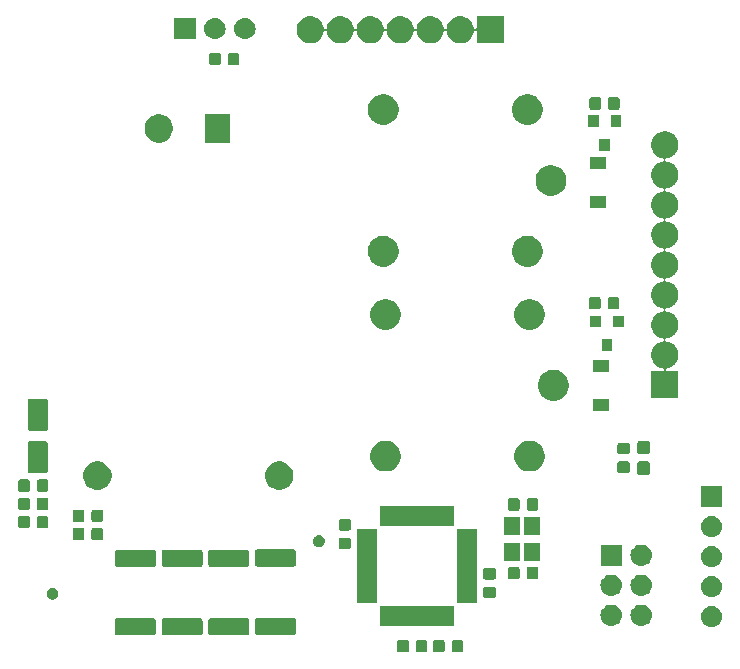
<source format=gbr>
G04 #@! TF.GenerationSoftware,KiCad,Pcbnew,(5.1.4-0)*
G04 #@! TF.CreationDate,2021-09-23T09:14:21+03:00*
G04 #@! TF.ProjectId,relay_logic_board,72656c61-795f-46c6-9f67-69635f626f61,rev?*
G04 #@! TF.SameCoordinates,Original*
G04 #@! TF.FileFunction,Soldermask,Top*
G04 #@! TF.FilePolarity,Negative*
%FSLAX46Y46*%
G04 Gerber Fmt 4.6, Leading zero omitted, Abs format (unit mm)*
G04 Created by KiCad (PCBNEW (5.1.4-0)) date 2021-09-23 09:14:21*
%MOMM*%
%LPD*%
G04 APERTURE LIST*
%ADD10C,0.100000*%
G04 APERTURE END LIST*
D10*
G36*
X158679591Y-122778085D02*
G01*
X158713569Y-122788393D01*
X158744890Y-122805134D01*
X158772339Y-122827661D01*
X158794866Y-122855110D01*
X158811607Y-122886431D01*
X158821915Y-122920409D01*
X158826000Y-122961890D01*
X158826000Y-123638110D01*
X158821915Y-123679591D01*
X158811607Y-123713569D01*
X158794866Y-123744890D01*
X158772339Y-123772339D01*
X158744890Y-123794866D01*
X158713569Y-123811607D01*
X158679591Y-123821915D01*
X158638110Y-123826000D01*
X158036890Y-123826000D01*
X157995409Y-123821915D01*
X157961431Y-123811607D01*
X157930110Y-123794866D01*
X157902661Y-123772339D01*
X157880134Y-123744890D01*
X157863393Y-123713569D01*
X157853085Y-123679591D01*
X157849000Y-123638110D01*
X157849000Y-122961890D01*
X157853085Y-122920409D01*
X157863393Y-122886431D01*
X157880134Y-122855110D01*
X157902661Y-122827661D01*
X157930110Y-122805134D01*
X157961431Y-122788393D01*
X157995409Y-122778085D01*
X158036890Y-122774000D01*
X158638110Y-122774000D01*
X158679591Y-122778085D01*
X158679591Y-122778085D01*
G37*
G36*
X157104591Y-122778085D02*
G01*
X157138569Y-122788393D01*
X157169890Y-122805134D01*
X157197339Y-122827661D01*
X157219866Y-122855110D01*
X157236607Y-122886431D01*
X157246915Y-122920409D01*
X157251000Y-122961890D01*
X157251000Y-123638110D01*
X157246915Y-123679591D01*
X157236607Y-123713569D01*
X157219866Y-123744890D01*
X157197339Y-123772339D01*
X157169890Y-123794866D01*
X157138569Y-123811607D01*
X157104591Y-123821915D01*
X157063110Y-123826000D01*
X156461890Y-123826000D01*
X156420409Y-123821915D01*
X156386431Y-123811607D01*
X156355110Y-123794866D01*
X156327661Y-123772339D01*
X156305134Y-123744890D01*
X156288393Y-123713569D01*
X156278085Y-123679591D01*
X156274000Y-123638110D01*
X156274000Y-122961890D01*
X156278085Y-122920409D01*
X156288393Y-122886431D01*
X156305134Y-122855110D01*
X156327661Y-122827661D01*
X156355110Y-122805134D01*
X156386431Y-122788393D01*
X156420409Y-122778085D01*
X156461890Y-122774000D01*
X157063110Y-122774000D01*
X157104591Y-122778085D01*
X157104591Y-122778085D01*
G37*
G36*
X155642091Y-122778085D02*
G01*
X155676069Y-122788393D01*
X155707390Y-122805134D01*
X155734839Y-122827661D01*
X155757366Y-122855110D01*
X155774107Y-122886431D01*
X155784415Y-122920409D01*
X155788500Y-122961890D01*
X155788500Y-123638110D01*
X155784415Y-123679591D01*
X155774107Y-123713569D01*
X155757366Y-123744890D01*
X155734839Y-123772339D01*
X155707390Y-123794866D01*
X155676069Y-123811607D01*
X155642091Y-123821915D01*
X155600610Y-123826000D01*
X154999390Y-123826000D01*
X154957909Y-123821915D01*
X154923931Y-123811607D01*
X154892610Y-123794866D01*
X154865161Y-123772339D01*
X154842634Y-123744890D01*
X154825893Y-123713569D01*
X154815585Y-123679591D01*
X154811500Y-123638110D01*
X154811500Y-122961890D01*
X154815585Y-122920409D01*
X154825893Y-122886431D01*
X154842634Y-122855110D01*
X154865161Y-122827661D01*
X154892610Y-122805134D01*
X154923931Y-122788393D01*
X154957909Y-122778085D01*
X154999390Y-122774000D01*
X155600610Y-122774000D01*
X155642091Y-122778085D01*
X155642091Y-122778085D01*
G37*
G36*
X154067091Y-122778085D02*
G01*
X154101069Y-122788393D01*
X154132390Y-122805134D01*
X154159839Y-122827661D01*
X154182366Y-122855110D01*
X154199107Y-122886431D01*
X154209415Y-122920409D01*
X154213500Y-122961890D01*
X154213500Y-123638110D01*
X154209415Y-123679591D01*
X154199107Y-123713569D01*
X154182366Y-123744890D01*
X154159839Y-123772339D01*
X154132390Y-123794866D01*
X154101069Y-123811607D01*
X154067091Y-123821915D01*
X154025610Y-123826000D01*
X153424390Y-123826000D01*
X153382909Y-123821915D01*
X153348931Y-123811607D01*
X153317610Y-123794866D01*
X153290161Y-123772339D01*
X153267634Y-123744890D01*
X153250893Y-123713569D01*
X153240585Y-123679591D01*
X153236500Y-123638110D01*
X153236500Y-122961890D01*
X153240585Y-122920409D01*
X153250893Y-122886431D01*
X153267634Y-122855110D01*
X153290161Y-122827661D01*
X153317610Y-122805134D01*
X153348931Y-122788393D01*
X153382909Y-122778085D01*
X153424390Y-122774000D01*
X154025610Y-122774000D01*
X154067091Y-122778085D01*
X154067091Y-122778085D01*
G37*
G36*
X140547798Y-120928247D02*
G01*
X140583367Y-120939037D01*
X140616139Y-120956554D01*
X140644869Y-120980131D01*
X140668446Y-121008861D01*
X140685963Y-121041633D01*
X140696753Y-121077202D01*
X140701000Y-121120325D01*
X140701000Y-122179675D01*
X140696753Y-122222798D01*
X140685963Y-122258367D01*
X140668446Y-122291139D01*
X140644869Y-122319869D01*
X140616139Y-122343446D01*
X140583367Y-122360963D01*
X140547798Y-122371753D01*
X140504675Y-122376000D01*
X137445325Y-122376000D01*
X137402202Y-122371753D01*
X137366633Y-122360963D01*
X137333861Y-122343446D01*
X137305131Y-122319869D01*
X137281554Y-122291139D01*
X137264037Y-122258367D01*
X137253247Y-122222798D01*
X137249000Y-122179675D01*
X137249000Y-121120325D01*
X137253247Y-121077202D01*
X137264037Y-121041633D01*
X137281554Y-121008861D01*
X137305131Y-120980131D01*
X137333861Y-120956554D01*
X137366633Y-120939037D01*
X137402202Y-120928247D01*
X137445325Y-120924000D01*
X140504675Y-120924000D01*
X140547798Y-120928247D01*
X140547798Y-120928247D01*
G37*
G36*
X136597798Y-120928247D02*
G01*
X136633367Y-120939037D01*
X136666139Y-120956554D01*
X136694869Y-120980131D01*
X136718446Y-121008861D01*
X136735963Y-121041633D01*
X136746753Y-121077202D01*
X136751000Y-121120325D01*
X136751000Y-122179675D01*
X136746753Y-122222798D01*
X136735963Y-122258367D01*
X136718446Y-122291139D01*
X136694869Y-122319869D01*
X136666139Y-122343446D01*
X136633367Y-122360963D01*
X136597798Y-122371753D01*
X136554675Y-122376000D01*
X133495325Y-122376000D01*
X133452202Y-122371753D01*
X133416633Y-122360963D01*
X133383861Y-122343446D01*
X133355131Y-122319869D01*
X133331554Y-122291139D01*
X133314037Y-122258367D01*
X133303247Y-122222798D01*
X133299000Y-122179675D01*
X133299000Y-121120325D01*
X133303247Y-121077202D01*
X133314037Y-121041633D01*
X133331554Y-121008861D01*
X133355131Y-120980131D01*
X133383861Y-120956554D01*
X133416633Y-120939037D01*
X133452202Y-120928247D01*
X133495325Y-120924000D01*
X136554675Y-120924000D01*
X136597798Y-120928247D01*
X136597798Y-120928247D01*
G37*
G36*
X132647798Y-120928247D02*
G01*
X132683367Y-120939037D01*
X132716139Y-120956554D01*
X132744869Y-120980131D01*
X132768446Y-121008861D01*
X132785963Y-121041633D01*
X132796753Y-121077202D01*
X132801000Y-121120325D01*
X132801000Y-122179675D01*
X132796753Y-122222798D01*
X132785963Y-122258367D01*
X132768446Y-122291139D01*
X132744869Y-122319869D01*
X132716139Y-122343446D01*
X132683367Y-122360963D01*
X132647798Y-122371753D01*
X132604675Y-122376000D01*
X129545325Y-122376000D01*
X129502202Y-122371753D01*
X129466633Y-122360963D01*
X129433861Y-122343446D01*
X129405131Y-122319869D01*
X129381554Y-122291139D01*
X129364037Y-122258367D01*
X129353247Y-122222798D01*
X129349000Y-122179675D01*
X129349000Y-121120325D01*
X129353247Y-121077202D01*
X129364037Y-121041633D01*
X129381554Y-121008861D01*
X129405131Y-120980131D01*
X129433861Y-120956554D01*
X129466633Y-120939037D01*
X129502202Y-120928247D01*
X129545325Y-120924000D01*
X132604675Y-120924000D01*
X132647798Y-120928247D01*
X132647798Y-120928247D01*
G37*
G36*
X144497798Y-120903247D02*
G01*
X144533367Y-120914037D01*
X144566139Y-120931554D01*
X144594869Y-120955131D01*
X144618446Y-120983861D01*
X144635963Y-121016633D01*
X144646753Y-121052202D01*
X144651000Y-121095325D01*
X144651000Y-122154675D01*
X144646753Y-122197798D01*
X144635963Y-122233367D01*
X144618446Y-122266139D01*
X144594869Y-122294869D01*
X144566139Y-122318446D01*
X144533367Y-122335963D01*
X144497798Y-122346753D01*
X144454675Y-122351000D01*
X141395325Y-122351000D01*
X141352202Y-122346753D01*
X141316633Y-122335963D01*
X141283861Y-122318446D01*
X141255131Y-122294869D01*
X141231554Y-122266139D01*
X141214037Y-122233367D01*
X141203247Y-122197798D01*
X141199000Y-122154675D01*
X141199000Y-121095325D01*
X141203247Y-121052202D01*
X141214037Y-121016633D01*
X141231554Y-120983861D01*
X141255131Y-120955131D01*
X141283861Y-120931554D01*
X141316633Y-120914037D01*
X141352202Y-120903247D01*
X141395325Y-120899000D01*
X144454675Y-120899000D01*
X144497798Y-120903247D01*
X144497798Y-120903247D01*
G37*
G36*
X179960443Y-119885519D02*
G01*
X180026627Y-119892037D01*
X180196466Y-119943557D01*
X180352991Y-120027222D01*
X180388729Y-120056552D01*
X180490186Y-120139814D01*
X180573448Y-120241271D01*
X180602778Y-120277009D01*
X180686443Y-120433534D01*
X180737963Y-120603373D01*
X180755359Y-120780000D01*
X180737963Y-120956627D01*
X180686443Y-121126466D01*
X180686442Y-121126468D01*
X180664302Y-121167888D01*
X180602778Y-121282991D01*
X180573448Y-121318729D01*
X180490186Y-121420186D01*
X180388729Y-121503448D01*
X180352991Y-121532778D01*
X180196466Y-121616443D01*
X180026627Y-121667963D01*
X179960442Y-121674482D01*
X179894260Y-121681000D01*
X179805740Y-121681000D01*
X179739558Y-121674482D01*
X179673373Y-121667963D01*
X179503534Y-121616443D01*
X179347009Y-121532778D01*
X179311271Y-121503448D01*
X179209814Y-121420186D01*
X179126552Y-121318729D01*
X179097222Y-121282991D01*
X179035698Y-121167888D01*
X179013558Y-121126468D01*
X179013557Y-121126466D01*
X178962037Y-120956627D01*
X178944641Y-120780000D01*
X178962037Y-120603373D01*
X179013557Y-120433534D01*
X179097222Y-120277009D01*
X179126552Y-120241271D01*
X179209814Y-120139814D01*
X179311271Y-120056552D01*
X179347009Y-120027222D01*
X179503534Y-119943557D01*
X179673373Y-119892037D01*
X179739557Y-119885519D01*
X179805740Y-119879000D01*
X179894260Y-119879000D01*
X179960443Y-119885519D01*
X179960443Y-119885519D01*
G37*
G36*
X158026000Y-121601000D02*
G01*
X151774000Y-121601000D01*
X151774000Y-119899000D01*
X158026000Y-119899000D01*
X158026000Y-121601000D01*
X158026000Y-121601000D01*
G37*
G36*
X171460443Y-119785519D02*
G01*
X171526627Y-119792037D01*
X171696466Y-119843557D01*
X171852991Y-119927222D01*
X171872895Y-119943557D01*
X171990186Y-120039814D01*
X172072253Y-120139814D01*
X172102778Y-120177009D01*
X172186443Y-120333534D01*
X172237963Y-120503373D01*
X172255359Y-120680000D01*
X172237963Y-120856627D01*
X172186443Y-121026466D01*
X172102778Y-121182991D01*
X172073448Y-121218729D01*
X171990186Y-121320186D01*
X171888729Y-121403448D01*
X171852991Y-121432778D01*
X171696466Y-121516443D01*
X171526627Y-121567963D01*
X171460442Y-121574482D01*
X171394260Y-121581000D01*
X171305740Y-121581000D01*
X171239558Y-121574482D01*
X171173373Y-121567963D01*
X171003534Y-121516443D01*
X170847009Y-121432778D01*
X170811271Y-121403448D01*
X170709814Y-121320186D01*
X170626552Y-121218729D01*
X170597222Y-121182991D01*
X170513557Y-121026466D01*
X170462037Y-120856627D01*
X170444641Y-120680000D01*
X170462037Y-120503373D01*
X170513557Y-120333534D01*
X170597222Y-120177009D01*
X170627747Y-120139814D01*
X170709814Y-120039814D01*
X170827105Y-119943557D01*
X170847009Y-119927222D01*
X171003534Y-119843557D01*
X171173373Y-119792037D01*
X171239557Y-119785519D01*
X171305740Y-119779000D01*
X171394260Y-119779000D01*
X171460443Y-119785519D01*
X171460443Y-119785519D01*
G37*
G36*
X174000443Y-119785519D02*
G01*
X174066627Y-119792037D01*
X174236466Y-119843557D01*
X174392991Y-119927222D01*
X174412895Y-119943557D01*
X174530186Y-120039814D01*
X174612253Y-120139814D01*
X174642778Y-120177009D01*
X174726443Y-120333534D01*
X174777963Y-120503373D01*
X174795359Y-120680000D01*
X174777963Y-120856627D01*
X174726443Y-121026466D01*
X174642778Y-121182991D01*
X174613448Y-121218729D01*
X174530186Y-121320186D01*
X174428729Y-121403448D01*
X174392991Y-121432778D01*
X174236466Y-121516443D01*
X174066627Y-121567963D01*
X174000442Y-121574482D01*
X173934260Y-121581000D01*
X173845740Y-121581000D01*
X173779558Y-121574482D01*
X173713373Y-121567963D01*
X173543534Y-121516443D01*
X173387009Y-121432778D01*
X173351271Y-121403448D01*
X173249814Y-121320186D01*
X173166552Y-121218729D01*
X173137222Y-121182991D01*
X173053557Y-121026466D01*
X173002037Y-120856627D01*
X172984641Y-120680000D01*
X173002037Y-120503373D01*
X173053557Y-120333534D01*
X173137222Y-120177009D01*
X173167747Y-120139814D01*
X173249814Y-120039814D01*
X173367105Y-119943557D01*
X173387009Y-119927222D01*
X173543534Y-119843557D01*
X173713373Y-119792037D01*
X173779557Y-119785519D01*
X173845740Y-119779000D01*
X173934260Y-119779000D01*
X174000443Y-119785519D01*
X174000443Y-119785519D01*
G37*
G36*
X151501000Y-119626000D02*
G01*
X149799000Y-119626000D01*
X149799000Y-113374000D01*
X151501000Y-113374000D01*
X151501000Y-119626000D01*
X151501000Y-119626000D01*
G37*
G36*
X160001000Y-119626000D02*
G01*
X158299000Y-119626000D01*
X158299000Y-113374000D01*
X160001000Y-113374000D01*
X160001000Y-119626000D01*
X160001000Y-119626000D01*
G37*
G36*
X124142338Y-118357552D02*
G01*
X124196136Y-118368253D01*
X124233902Y-118383896D01*
X124287311Y-118406019D01*
X124287312Y-118406020D01*
X124369369Y-118460848D01*
X124439152Y-118530631D01*
X124439153Y-118530633D01*
X124493981Y-118612689D01*
X124506532Y-118642991D01*
X124531747Y-118703864D01*
X124551000Y-118800656D01*
X124551000Y-118899344D01*
X124534609Y-118981750D01*
X124531747Y-118996135D01*
X124493981Y-119087311D01*
X124493980Y-119087312D01*
X124439152Y-119169369D01*
X124369369Y-119239152D01*
X124328062Y-119266752D01*
X124287311Y-119293981D01*
X124233902Y-119316104D01*
X124196136Y-119331747D01*
X124147740Y-119341374D01*
X124099345Y-119351000D01*
X124000655Y-119351000D01*
X123952260Y-119341374D01*
X123903864Y-119331747D01*
X123866098Y-119316104D01*
X123812689Y-119293981D01*
X123771938Y-119266752D01*
X123730631Y-119239152D01*
X123660848Y-119169369D01*
X123606020Y-119087312D01*
X123606019Y-119087311D01*
X123568253Y-118996135D01*
X123565392Y-118981750D01*
X123549000Y-118899344D01*
X123549000Y-118800656D01*
X123568253Y-118703864D01*
X123593468Y-118642991D01*
X123606019Y-118612689D01*
X123660847Y-118530633D01*
X123660848Y-118530631D01*
X123730631Y-118460848D01*
X123812688Y-118406020D01*
X123812689Y-118406019D01*
X123866098Y-118383896D01*
X123903864Y-118368253D01*
X123957662Y-118357552D01*
X124000655Y-118349000D01*
X124099345Y-118349000D01*
X124142338Y-118357552D01*
X124142338Y-118357552D01*
G37*
G36*
X161429591Y-118253085D02*
G01*
X161463569Y-118263393D01*
X161494890Y-118280134D01*
X161522339Y-118302661D01*
X161544866Y-118330110D01*
X161561607Y-118361431D01*
X161571915Y-118395409D01*
X161576000Y-118436890D01*
X161576000Y-119038110D01*
X161571915Y-119079591D01*
X161561607Y-119113569D01*
X161544866Y-119144890D01*
X161522339Y-119172339D01*
X161494890Y-119194866D01*
X161463569Y-119211607D01*
X161429591Y-119221915D01*
X161388110Y-119226000D01*
X160711890Y-119226000D01*
X160670409Y-119221915D01*
X160636431Y-119211607D01*
X160605110Y-119194866D01*
X160577661Y-119172339D01*
X160555134Y-119144890D01*
X160538393Y-119113569D01*
X160528085Y-119079591D01*
X160524000Y-119038110D01*
X160524000Y-118436890D01*
X160528085Y-118395409D01*
X160538393Y-118361431D01*
X160555134Y-118330110D01*
X160577661Y-118302661D01*
X160605110Y-118280134D01*
X160636431Y-118263393D01*
X160670409Y-118253085D01*
X160711890Y-118249000D01*
X161388110Y-118249000D01*
X161429591Y-118253085D01*
X161429591Y-118253085D01*
G37*
G36*
X179960443Y-117345519D02*
G01*
X180026627Y-117352037D01*
X180196466Y-117403557D01*
X180352991Y-117487222D01*
X180368829Y-117500220D01*
X180490186Y-117599814D01*
X180573448Y-117701271D01*
X180602778Y-117737009D01*
X180686443Y-117893534D01*
X180737963Y-118063373D01*
X180755359Y-118240000D01*
X180737963Y-118416627D01*
X180686443Y-118586466D01*
X180602778Y-118742991D01*
X180573448Y-118778729D01*
X180490186Y-118880186D01*
X180388729Y-118963448D01*
X180352991Y-118992778D01*
X180196466Y-119076443D01*
X180026627Y-119127963D01*
X179960443Y-119134481D01*
X179894260Y-119141000D01*
X179805740Y-119141000D01*
X179739557Y-119134481D01*
X179673373Y-119127963D01*
X179503534Y-119076443D01*
X179347009Y-118992778D01*
X179311271Y-118963448D01*
X179209814Y-118880186D01*
X179126552Y-118778729D01*
X179097222Y-118742991D01*
X179013557Y-118586466D01*
X178962037Y-118416627D01*
X178944641Y-118240000D01*
X178962037Y-118063373D01*
X179013557Y-117893534D01*
X179097222Y-117737009D01*
X179126552Y-117701271D01*
X179209814Y-117599814D01*
X179331171Y-117500220D01*
X179347009Y-117487222D01*
X179503534Y-117403557D01*
X179673373Y-117352037D01*
X179739557Y-117345519D01*
X179805740Y-117339000D01*
X179894260Y-117339000D01*
X179960443Y-117345519D01*
X179960443Y-117345519D01*
G37*
G36*
X174000442Y-117245518D02*
G01*
X174066627Y-117252037D01*
X174236466Y-117303557D01*
X174392991Y-117387222D01*
X174412895Y-117403557D01*
X174530186Y-117499814D01*
X174612253Y-117599814D01*
X174642778Y-117637009D01*
X174726443Y-117793534D01*
X174777963Y-117963373D01*
X174795359Y-118140000D01*
X174777963Y-118316627D01*
X174726443Y-118486466D01*
X174642778Y-118642991D01*
X174613448Y-118678729D01*
X174530186Y-118780186D01*
X174428729Y-118863448D01*
X174392991Y-118892778D01*
X174392989Y-118892779D01*
X174241037Y-118974000D01*
X174236466Y-118976443D01*
X174066627Y-119027963D01*
X174000443Y-119034481D01*
X173934260Y-119041000D01*
X173845740Y-119041000D01*
X173779557Y-119034481D01*
X173713373Y-119027963D01*
X173543534Y-118976443D01*
X173538964Y-118974000D01*
X173387011Y-118892779D01*
X173387009Y-118892778D01*
X173351271Y-118863448D01*
X173249814Y-118780186D01*
X173166552Y-118678729D01*
X173137222Y-118642991D01*
X173053557Y-118486466D01*
X173002037Y-118316627D01*
X172984641Y-118140000D01*
X173002037Y-117963373D01*
X173053557Y-117793534D01*
X173137222Y-117637009D01*
X173167747Y-117599814D01*
X173249814Y-117499814D01*
X173367105Y-117403557D01*
X173387009Y-117387222D01*
X173543534Y-117303557D01*
X173713373Y-117252037D01*
X173779558Y-117245518D01*
X173845740Y-117239000D01*
X173934260Y-117239000D01*
X174000442Y-117245518D01*
X174000442Y-117245518D01*
G37*
G36*
X171460442Y-117245518D02*
G01*
X171526627Y-117252037D01*
X171696466Y-117303557D01*
X171852991Y-117387222D01*
X171872895Y-117403557D01*
X171990186Y-117499814D01*
X172072253Y-117599814D01*
X172102778Y-117637009D01*
X172186443Y-117793534D01*
X172237963Y-117963373D01*
X172255359Y-118140000D01*
X172237963Y-118316627D01*
X172186443Y-118486466D01*
X172102778Y-118642991D01*
X172073448Y-118678729D01*
X171990186Y-118780186D01*
X171888729Y-118863448D01*
X171852991Y-118892778D01*
X171852989Y-118892779D01*
X171701037Y-118974000D01*
X171696466Y-118976443D01*
X171526627Y-119027963D01*
X171460443Y-119034481D01*
X171394260Y-119041000D01*
X171305740Y-119041000D01*
X171239557Y-119034481D01*
X171173373Y-119027963D01*
X171003534Y-118976443D01*
X170998964Y-118974000D01*
X170847011Y-118892779D01*
X170847009Y-118892778D01*
X170811271Y-118863448D01*
X170709814Y-118780186D01*
X170626552Y-118678729D01*
X170597222Y-118642991D01*
X170513557Y-118486466D01*
X170462037Y-118316627D01*
X170444641Y-118140000D01*
X170462037Y-117963373D01*
X170513557Y-117793534D01*
X170597222Y-117637009D01*
X170627747Y-117599814D01*
X170709814Y-117499814D01*
X170827105Y-117403557D01*
X170847009Y-117387222D01*
X171003534Y-117303557D01*
X171173373Y-117252037D01*
X171239558Y-117245518D01*
X171305740Y-117239000D01*
X171394260Y-117239000D01*
X171460442Y-117245518D01*
X171460442Y-117245518D01*
G37*
G36*
X161429591Y-116678085D02*
G01*
X161463569Y-116688393D01*
X161494890Y-116705134D01*
X161522339Y-116727661D01*
X161544866Y-116755110D01*
X161561607Y-116786431D01*
X161571915Y-116820409D01*
X161576000Y-116861890D01*
X161576000Y-117463110D01*
X161571915Y-117504591D01*
X161561607Y-117538569D01*
X161544866Y-117569890D01*
X161522339Y-117597339D01*
X161494890Y-117619866D01*
X161463569Y-117636607D01*
X161429591Y-117646915D01*
X161388110Y-117651000D01*
X160711890Y-117651000D01*
X160670409Y-117646915D01*
X160636431Y-117636607D01*
X160605110Y-117619866D01*
X160577661Y-117597339D01*
X160555134Y-117569890D01*
X160538393Y-117538569D01*
X160528085Y-117504591D01*
X160524000Y-117463110D01*
X160524000Y-116861890D01*
X160528085Y-116820409D01*
X160538393Y-116786431D01*
X160555134Y-116755110D01*
X160577661Y-116727661D01*
X160605110Y-116705134D01*
X160636431Y-116688393D01*
X160670409Y-116678085D01*
X160711890Y-116674000D01*
X161388110Y-116674000D01*
X161429591Y-116678085D01*
X161429591Y-116678085D01*
G37*
G36*
X163454591Y-116578085D02*
G01*
X163488569Y-116588393D01*
X163519890Y-116605134D01*
X163547339Y-116627661D01*
X163569866Y-116655110D01*
X163586607Y-116686431D01*
X163596915Y-116720409D01*
X163601000Y-116761890D01*
X163601000Y-117438110D01*
X163596915Y-117479591D01*
X163586607Y-117513569D01*
X163569866Y-117544890D01*
X163547339Y-117572339D01*
X163519890Y-117594866D01*
X163488569Y-117611607D01*
X163454591Y-117621915D01*
X163413110Y-117626000D01*
X162811890Y-117626000D01*
X162770409Y-117621915D01*
X162736431Y-117611607D01*
X162705110Y-117594866D01*
X162677661Y-117572339D01*
X162655134Y-117544890D01*
X162638393Y-117513569D01*
X162628085Y-117479591D01*
X162624000Y-117438110D01*
X162624000Y-116761890D01*
X162628085Y-116720409D01*
X162638393Y-116686431D01*
X162655134Y-116655110D01*
X162677661Y-116627661D01*
X162705110Y-116605134D01*
X162736431Y-116588393D01*
X162770409Y-116578085D01*
X162811890Y-116574000D01*
X163413110Y-116574000D01*
X163454591Y-116578085D01*
X163454591Y-116578085D01*
G37*
G36*
X165029591Y-116578085D02*
G01*
X165063569Y-116588393D01*
X165094890Y-116605134D01*
X165122339Y-116627661D01*
X165144866Y-116655110D01*
X165161607Y-116686431D01*
X165171915Y-116720409D01*
X165176000Y-116761890D01*
X165176000Y-117438110D01*
X165171915Y-117479591D01*
X165161607Y-117513569D01*
X165144866Y-117544890D01*
X165122339Y-117572339D01*
X165094890Y-117594866D01*
X165063569Y-117611607D01*
X165029591Y-117621915D01*
X164988110Y-117626000D01*
X164386890Y-117626000D01*
X164345409Y-117621915D01*
X164311431Y-117611607D01*
X164280110Y-117594866D01*
X164252661Y-117572339D01*
X164230134Y-117544890D01*
X164213393Y-117513569D01*
X164203085Y-117479591D01*
X164199000Y-117438110D01*
X164199000Y-116761890D01*
X164203085Y-116720409D01*
X164213393Y-116686431D01*
X164230134Y-116655110D01*
X164252661Y-116627661D01*
X164280110Y-116605134D01*
X164311431Y-116588393D01*
X164345409Y-116578085D01*
X164386890Y-116574000D01*
X164988110Y-116574000D01*
X165029591Y-116578085D01*
X165029591Y-116578085D01*
G37*
G36*
X179960442Y-114805518D02*
G01*
X180026627Y-114812037D01*
X180196466Y-114863557D01*
X180352991Y-114947222D01*
X180377636Y-114967448D01*
X180490186Y-115059814D01*
X180568409Y-115155131D01*
X180602778Y-115197009D01*
X180686443Y-115353534D01*
X180737963Y-115523373D01*
X180755359Y-115700000D01*
X180737963Y-115876627D01*
X180686443Y-116046466D01*
X180602778Y-116202991D01*
X180573448Y-116238729D01*
X180490186Y-116340186D01*
X180389521Y-116422798D01*
X180352991Y-116452778D01*
X180196466Y-116536443D01*
X180026627Y-116587963D01*
X179979627Y-116592592D01*
X179894260Y-116601000D01*
X179805740Y-116601000D01*
X179720373Y-116592592D01*
X179673373Y-116587963D01*
X179503534Y-116536443D01*
X179347009Y-116452778D01*
X179310479Y-116422798D01*
X179209814Y-116340186D01*
X179126552Y-116238729D01*
X179097222Y-116202991D01*
X179013557Y-116046466D01*
X178962037Y-115876627D01*
X178944641Y-115700000D01*
X178962037Y-115523373D01*
X179013557Y-115353534D01*
X179097222Y-115197009D01*
X179131591Y-115155131D01*
X179209814Y-115059814D01*
X179322364Y-114967448D01*
X179347009Y-114947222D01*
X179503534Y-114863557D01*
X179673373Y-114812037D01*
X179739558Y-114805518D01*
X179805740Y-114799000D01*
X179894260Y-114799000D01*
X179960442Y-114805518D01*
X179960442Y-114805518D01*
G37*
G36*
X132647798Y-115128247D02*
G01*
X132683367Y-115139037D01*
X132716139Y-115156554D01*
X132744869Y-115180131D01*
X132768446Y-115208861D01*
X132785963Y-115241633D01*
X132796753Y-115277202D01*
X132801000Y-115320325D01*
X132801000Y-116379675D01*
X132796753Y-116422798D01*
X132785963Y-116458367D01*
X132768446Y-116491139D01*
X132744869Y-116519869D01*
X132716139Y-116543446D01*
X132683367Y-116560963D01*
X132647798Y-116571753D01*
X132604675Y-116576000D01*
X129545325Y-116576000D01*
X129502202Y-116571753D01*
X129466633Y-116560963D01*
X129433861Y-116543446D01*
X129405131Y-116519869D01*
X129381554Y-116491139D01*
X129364037Y-116458367D01*
X129353247Y-116422798D01*
X129349000Y-116379675D01*
X129349000Y-115320325D01*
X129353247Y-115277202D01*
X129364037Y-115241633D01*
X129381554Y-115208861D01*
X129405131Y-115180131D01*
X129433861Y-115156554D01*
X129466633Y-115139037D01*
X129502202Y-115128247D01*
X129545325Y-115124000D01*
X132604675Y-115124000D01*
X132647798Y-115128247D01*
X132647798Y-115128247D01*
G37*
G36*
X136597798Y-115128247D02*
G01*
X136633367Y-115139037D01*
X136666139Y-115156554D01*
X136694869Y-115180131D01*
X136718446Y-115208861D01*
X136735963Y-115241633D01*
X136746753Y-115277202D01*
X136751000Y-115320325D01*
X136751000Y-116379675D01*
X136746753Y-116422798D01*
X136735963Y-116458367D01*
X136718446Y-116491139D01*
X136694869Y-116519869D01*
X136666139Y-116543446D01*
X136633367Y-116560963D01*
X136597798Y-116571753D01*
X136554675Y-116576000D01*
X133495325Y-116576000D01*
X133452202Y-116571753D01*
X133416633Y-116560963D01*
X133383861Y-116543446D01*
X133355131Y-116519869D01*
X133331554Y-116491139D01*
X133314037Y-116458367D01*
X133303247Y-116422798D01*
X133299000Y-116379675D01*
X133299000Y-115320325D01*
X133303247Y-115277202D01*
X133314037Y-115241633D01*
X133331554Y-115208861D01*
X133355131Y-115180131D01*
X133383861Y-115156554D01*
X133416633Y-115139037D01*
X133452202Y-115128247D01*
X133495325Y-115124000D01*
X136554675Y-115124000D01*
X136597798Y-115128247D01*
X136597798Y-115128247D01*
G37*
G36*
X140547798Y-115128247D02*
G01*
X140583367Y-115139037D01*
X140616139Y-115156554D01*
X140644869Y-115180131D01*
X140668446Y-115208861D01*
X140685963Y-115241633D01*
X140696753Y-115277202D01*
X140701000Y-115320325D01*
X140701000Y-116379675D01*
X140696753Y-116422798D01*
X140685963Y-116458367D01*
X140668446Y-116491139D01*
X140644869Y-116519869D01*
X140616139Y-116543446D01*
X140583367Y-116560963D01*
X140547798Y-116571753D01*
X140504675Y-116576000D01*
X137445325Y-116576000D01*
X137402202Y-116571753D01*
X137366633Y-116560963D01*
X137333861Y-116543446D01*
X137305131Y-116519869D01*
X137281554Y-116491139D01*
X137264037Y-116458367D01*
X137253247Y-116422798D01*
X137249000Y-116379675D01*
X137249000Y-115320325D01*
X137253247Y-115277202D01*
X137264037Y-115241633D01*
X137281554Y-115208861D01*
X137305131Y-115180131D01*
X137333861Y-115156554D01*
X137366633Y-115139037D01*
X137402202Y-115128247D01*
X137445325Y-115124000D01*
X140504675Y-115124000D01*
X140547798Y-115128247D01*
X140547798Y-115128247D01*
G37*
G36*
X144497798Y-115103247D02*
G01*
X144533367Y-115114037D01*
X144566139Y-115131554D01*
X144594869Y-115155131D01*
X144618446Y-115183861D01*
X144635963Y-115216633D01*
X144646753Y-115252202D01*
X144651000Y-115295325D01*
X144651000Y-116354675D01*
X144646753Y-116397798D01*
X144635963Y-116433367D01*
X144618446Y-116466139D01*
X144594869Y-116494869D01*
X144566139Y-116518446D01*
X144533367Y-116535963D01*
X144497798Y-116546753D01*
X144454675Y-116551000D01*
X141395325Y-116551000D01*
X141352202Y-116546753D01*
X141316633Y-116535963D01*
X141283861Y-116518446D01*
X141255131Y-116494869D01*
X141231554Y-116466139D01*
X141214037Y-116433367D01*
X141203247Y-116397798D01*
X141199000Y-116354675D01*
X141199000Y-115295325D01*
X141203247Y-115252202D01*
X141214037Y-115216633D01*
X141231554Y-115183861D01*
X141255131Y-115155131D01*
X141283861Y-115131554D01*
X141316633Y-115114037D01*
X141352202Y-115103247D01*
X141395325Y-115099000D01*
X144454675Y-115099000D01*
X144497798Y-115103247D01*
X144497798Y-115103247D01*
G37*
G36*
X174000443Y-114705519D02*
G01*
X174066627Y-114712037D01*
X174236466Y-114763557D01*
X174392991Y-114847222D01*
X174412895Y-114863557D01*
X174530186Y-114959814D01*
X174591754Y-115034836D01*
X174642778Y-115097009D01*
X174726443Y-115253534D01*
X174777963Y-115423373D01*
X174795359Y-115600000D01*
X174777963Y-115776627D01*
X174726443Y-115946466D01*
X174642778Y-116102991D01*
X174613448Y-116138729D01*
X174530186Y-116240186D01*
X174448635Y-116307112D01*
X174392991Y-116352778D01*
X174236466Y-116436443D01*
X174066627Y-116487963D01*
X174000443Y-116494481D01*
X173934260Y-116501000D01*
X173845740Y-116501000D01*
X173779557Y-116494481D01*
X173713373Y-116487963D01*
X173543534Y-116436443D01*
X173387009Y-116352778D01*
X173331365Y-116307112D01*
X173249814Y-116240186D01*
X173166552Y-116138729D01*
X173137222Y-116102991D01*
X173053557Y-115946466D01*
X173002037Y-115776627D01*
X172984641Y-115600000D01*
X173002037Y-115423373D01*
X173053557Y-115253534D01*
X173137222Y-115097009D01*
X173188246Y-115034836D01*
X173249814Y-114959814D01*
X173367105Y-114863557D01*
X173387009Y-114847222D01*
X173543534Y-114763557D01*
X173713373Y-114712037D01*
X173779557Y-114705519D01*
X173845740Y-114699000D01*
X173934260Y-114699000D01*
X174000443Y-114705519D01*
X174000443Y-114705519D01*
G37*
G36*
X172251000Y-116501000D02*
G01*
X170449000Y-116501000D01*
X170449000Y-114699000D01*
X172251000Y-114699000D01*
X172251000Y-116501000D01*
X172251000Y-116501000D01*
G37*
G36*
X163601000Y-116051000D02*
G01*
X162299000Y-116051000D01*
X162299000Y-114549000D01*
X163601000Y-114549000D01*
X163601000Y-116051000D01*
X163601000Y-116051000D01*
G37*
G36*
X165301000Y-116051000D02*
G01*
X163999000Y-116051000D01*
X163999000Y-114549000D01*
X165301000Y-114549000D01*
X165301000Y-116051000D01*
X165301000Y-116051000D01*
G37*
G36*
X149179591Y-114103085D02*
G01*
X149213569Y-114113393D01*
X149244890Y-114130134D01*
X149272339Y-114152661D01*
X149294866Y-114180110D01*
X149311607Y-114211431D01*
X149321915Y-114245409D01*
X149326000Y-114286890D01*
X149326000Y-114888110D01*
X149321915Y-114929591D01*
X149311607Y-114963569D01*
X149294866Y-114994890D01*
X149272339Y-115022339D01*
X149244890Y-115044866D01*
X149213569Y-115061607D01*
X149179591Y-115071915D01*
X149138110Y-115076000D01*
X148461890Y-115076000D01*
X148420409Y-115071915D01*
X148386431Y-115061607D01*
X148355110Y-115044866D01*
X148327661Y-115022339D01*
X148305134Y-114994890D01*
X148288393Y-114963569D01*
X148278085Y-114929591D01*
X148274000Y-114888110D01*
X148274000Y-114286890D01*
X148278085Y-114245409D01*
X148288393Y-114211431D01*
X148305134Y-114180110D01*
X148327661Y-114152661D01*
X148355110Y-114130134D01*
X148386431Y-114113393D01*
X148420409Y-114103085D01*
X148461890Y-114099000D01*
X149138110Y-114099000D01*
X149179591Y-114103085D01*
X149179591Y-114103085D01*
G37*
G36*
X146697740Y-113908626D02*
G01*
X146746136Y-113918253D01*
X146783902Y-113933896D01*
X146837311Y-113956019D01*
X146837312Y-113956020D01*
X146919369Y-114010848D01*
X146989152Y-114080631D01*
X147004155Y-114103085D01*
X147043981Y-114162689D01*
X147048666Y-114174000D01*
X147078245Y-114245409D01*
X147081747Y-114253865D01*
X147092398Y-114307408D01*
X147101000Y-114350656D01*
X147101000Y-114449344D01*
X147081747Y-114546136D01*
X147066104Y-114583902D01*
X147043981Y-114637311D01*
X147043980Y-114637312D01*
X146989152Y-114719369D01*
X146919369Y-114789152D01*
X146904630Y-114799000D01*
X146837311Y-114843981D01*
X146783902Y-114866104D01*
X146746136Y-114881747D01*
X146697740Y-114891373D01*
X146649345Y-114901000D01*
X146550655Y-114901000D01*
X146502260Y-114891373D01*
X146453864Y-114881747D01*
X146416098Y-114866104D01*
X146362689Y-114843981D01*
X146295370Y-114799000D01*
X146280631Y-114789152D01*
X146210848Y-114719369D01*
X146156020Y-114637312D01*
X146156019Y-114637311D01*
X146133896Y-114583902D01*
X146118253Y-114546136D01*
X146099000Y-114449344D01*
X146099000Y-114350656D01*
X146107603Y-114307408D01*
X146118253Y-114253865D01*
X146121756Y-114245409D01*
X146151334Y-114174000D01*
X146156019Y-114162689D01*
X146195845Y-114103085D01*
X146210848Y-114080631D01*
X146280631Y-114010848D01*
X146362688Y-113956020D01*
X146362689Y-113956019D01*
X146416098Y-113933896D01*
X146453864Y-113918253D01*
X146502260Y-113908626D01*
X146550655Y-113899000D01*
X146649345Y-113899000D01*
X146697740Y-113908626D01*
X146697740Y-113908626D01*
G37*
G36*
X126604591Y-113278085D02*
G01*
X126638569Y-113288393D01*
X126669890Y-113305134D01*
X126697339Y-113327661D01*
X126719866Y-113355110D01*
X126736607Y-113386431D01*
X126746915Y-113420409D01*
X126751000Y-113461890D01*
X126751000Y-114138110D01*
X126746915Y-114179591D01*
X126736607Y-114213569D01*
X126719866Y-114244890D01*
X126697339Y-114272339D01*
X126669890Y-114294866D01*
X126638569Y-114311607D01*
X126604591Y-114321915D01*
X126563110Y-114326000D01*
X125961890Y-114326000D01*
X125920409Y-114321915D01*
X125886431Y-114311607D01*
X125855110Y-114294866D01*
X125827661Y-114272339D01*
X125805134Y-114244890D01*
X125788393Y-114213569D01*
X125778085Y-114179591D01*
X125774000Y-114138110D01*
X125774000Y-113461890D01*
X125778085Y-113420409D01*
X125788393Y-113386431D01*
X125805134Y-113355110D01*
X125827661Y-113327661D01*
X125855110Y-113305134D01*
X125886431Y-113288393D01*
X125920409Y-113278085D01*
X125961890Y-113274000D01*
X126563110Y-113274000D01*
X126604591Y-113278085D01*
X126604591Y-113278085D01*
G37*
G36*
X128179591Y-113278085D02*
G01*
X128213569Y-113288393D01*
X128244890Y-113305134D01*
X128272339Y-113327661D01*
X128294866Y-113355110D01*
X128311607Y-113386431D01*
X128321915Y-113420409D01*
X128326000Y-113461890D01*
X128326000Y-114138110D01*
X128321915Y-114179591D01*
X128311607Y-114213569D01*
X128294866Y-114244890D01*
X128272339Y-114272339D01*
X128244890Y-114294866D01*
X128213569Y-114311607D01*
X128179591Y-114321915D01*
X128138110Y-114326000D01*
X127536890Y-114326000D01*
X127495409Y-114321915D01*
X127461431Y-114311607D01*
X127430110Y-114294866D01*
X127402661Y-114272339D01*
X127380134Y-114244890D01*
X127363393Y-114213569D01*
X127353085Y-114179591D01*
X127349000Y-114138110D01*
X127349000Y-113461890D01*
X127353085Y-113420409D01*
X127363393Y-113386431D01*
X127380134Y-113355110D01*
X127402661Y-113327661D01*
X127430110Y-113305134D01*
X127461431Y-113288393D01*
X127495409Y-113278085D01*
X127536890Y-113274000D01*
X128138110Y-113274000D01*
X128179591Y-113278085D01*
X128179591Y-113278085D01*
G37*
G36*
X179960443Y-112265519D02*
G01*
X180026627Y-112272037D01*
X180196466Y-112323557D01*
X180352991Y-112407222D01*
X180369059Y-112420409D01*
X180490186Y-112519814D01*
X180573448Y-112621271D01*
X180602778Y-112657009D01*
X180686443Y-112813534D01*
X180737963Y-112983373D01*
X180755359Y-113160000D01*
X180737963Y-113336627D01*
X180686443Y-113506466D01*
X180602778Y-113662991D01*
X180573448Y-113698729D01*
X180490186Y-113800186D01*
X180388729Y-113883448D01*
X180352991Y-113912778D01*
X180196466Y-113996443D01*
X180026627Y-114047963D01*
X179960443Y-114054481D01*
X179894260Y-114061000D01*
X179805740Y-114061000D01*
X179739557Y-114054481D01*
X179673373Y-114047963D01*
X179503534Y-113996443D01*
X179347009Y-113912778D01*
X179311271Y-113883448D01*
X179209814Y-113800186D01*
X179126552Y-113698729D01*
X179097222Y-113662991D01*
X179013557Y-113506466D01*
X178962037Y-113336627D01*
X178944641Y-113160000D01*
X178962037Y-112983373D01*
X179013557Y-112813534D01*
X179097222Y-112657009D01*
X179126552Y-112621271D01*
X179209814Y-112519814D01*
X179330941Y-112420409D01*
X179347009Y-112407222D01*
X179503534Y-112323557D01*
X179673373Y-112272037D01*
X179739557Y-112265519D01*
X179805740Y-112259000D01*
X179894260Y-112259000D01*
X179960443Y-112265519D01*
X179960443Y-112265519D01*
G37*
G36*
X165301000Y-113851000D02*
G01*
X163999000Y-113851000D01*
X163999000Y-112349000D01*
X165301000Y-112349000D01*
X165301000Y-113851000D01*
X165301000Y-113851000D01*
G37*
G36*
X163601000Y-113851000D02*
G01*
X162299000Y-113851000D01*
X162299000Y-112349000D01*
X163601000Y-112349000D01*
X163601000Y-113851000D01*
X163601000Y-113851000D01*
G37*
G36*
X149179591Y-112528085D02*
G01*
X149213569Y-112538393D01*
X149244890Y-112555134D01*
X149272339Y-112577661D01*
X149294866Y-112605110D01*
X149311607Y-112636431D01*
X149321915Y-112670409D01*
X149326000Y-112711890D01*
X149326000Y-113313110D01*
X149321915Y-113354591D01*
X149311607Y-113388569D01*
X149294866Y-113419890D01*
X149272339Y-113447339D01*
X149244890Y-113469866D01*
X149213569Y-113486607D01*
X149179591Y-113496915D01*
X149138110Y-113501000D01*
X148461890Y-113501000D01*
X148420409Y-113496915D01*
X148386431Y-113486607D01*
X148355110Y-113469866D01*
X148327661Y-113447339D01*
X148305134Y-113419890D01*
X148288393Y-113388569D01*
X148278085Y-113354591D01*
X148274000Y-113313110D01*
X148274000Y-112711890D01*
X148278085Y-112670409D01*
X148288393Y-112636431D01*
X148305134Y-112605110D01*
X148327661Y-112577661D01*
X148355110Y-112555134D01*
X148386431Y-112538393D01*
X148420409Y-112528085D01*
X148461890Y-112524000D01*
X149138110Y-112524000D01*
X149179591Y-112528085D01*
X149179591Y-112528085D01*
G37*
G36*
X123554591Y-112278085D02*
G01*
X123588569Y-112288393D01*
X123619890Y-112305134D01*
X123647339Y-112327661D01*
X123669866Y-112355110D01*
X123686607Y-112386431D01*
X123696915Y-112420409D01*
X123701000Y-112461890D01*
X123701000Y-113138110D01*
X123696915Y-113179591D01*
X123686607Y-113213569D01*
X123669866Y-113244890D01*
X123647339Y-113272339D01*
X123619890Y-113294866D01*
X123588569Y-113311607D01*
X123554591Y-113321915D01*
X123513110Y-113326000D01*
X122911890Y-113326000D01*
X122870409Y-113321915D01*
X122836431Y-113311607D01*
X122805110Y-113294866D01*
X122777661Y-113272339D01*
X122755134Y-113244890D01*
X122738393Y-113213569D01*
X122728085Y-113179591D01*
X122724000Y-113138110D01*
X122724000Y-112461890D01*
X122728085Y-112420409D01*
X122738393Y-112386431D01*
X122755134Y-112355110D01*
X122777661Y-112327661D01*
X122805110Y-112305134D01*
X122836431Y-112288393D01*
X122870409Y-112278085D01*
X122911890Y-112274000D01*
X123513110Y-112274000D01*
X123554591Y-112278085D01*
X123554591Y-112278085D01*
G37*
G36*
X121979591Y-112278085D02*
G01*
X122013569Y-112288393D01*
X122044890Y-112305134D01*
X122072339Y-112327661D01*
X122094866Y-112355110D01*
X122111607Y-112386431D01*
X122121915Y-112420409D01*
X122126000Y-112461890D01*
X122126000Y-113138110D01*
X122121915Y-113179591D01*
X122111607Y-113213569D01*
X122094866Y-113244890D01*
X122072339Y-113272339D01*
X122044890Y-113294866D01*
X122013569Y-113311607D01*
X121979591Y-113321915D01*
X121938110Y-113326000D01*
X121336890Y-113326000D01*
X121295409Y-113321915D01*
X121261431Y-113311607D01*
X121230110Y-113294866D01*
X121202661Y-113272339D01*
X121180134Y-113244890D01*
X121163393Y-113213569D01*
X121153085Y-113179591D01*
X121149000Y-113138110D01*
X121149000Y-112461890D01*
X121153085Y-112420409D01*
X121163393Y-112386431D01*
X121180134Y-112355110D01*
X121202661Y-112327661D01*
X121230110Y-112305134D01*
X121261431Y-112288393D01*
X121295409Y-112278085D01*
X121336890Y-112274000D01*
X121938110Y-112274000D01*
X121979591Y-112278085D01*
X121979591Y-112278085D01*
G37*
G36*
X158026000Y-113101000D02*
G01*
X151774000Y-113101000D01*
X151774000Y-111399000D01*
X158026000Y-111399000D01*
X158026000Y-113101000D01*
X158026000Y-113101000D01*
G37*
G36*
X128179591Y-111728085D02*
G01*
X128213569Y-111738393D01*
X128244890Y-111755134D01*
X128272339Y-111777661D01*
X128294866Y-111805110D01*
X128311607Y-111836431D01*
X128321915Y-111870409D01*
X128326000Y-111911890D01*
X128326000Y-112588110D01*
X128321915Y-112629591D01*
X128311607Y-112663569D01*
X128294866Y-112694890D01*
X128272339Y-112722339D01*
X128244890Y-112744866D01*
X128213569Y-112761607D01*
X128179591Y-112771915D01*
X128138110Y-112776000D01*
X127536890Y-112776000D01*
X127495409Y-112771915D01*
X127461431Y-112761607D01*
X127430110Y-112744866D01*
X127402661Y-112722339D01*
X127380134Y-112694890D01*
X127363393Y-112663569D01*
X127353085Y-112629591D01*
X127349000Y-112588110D01*
X127349000Y-111911890D01*
X127353085Y-111870409D01*
X127363393Y-111836431D01*
X127380134Y-111805110D01*
X127402661Y-111777661D01*
X127430110Y-111755134D01*
X127461431Y-111738393D01*
X127495409Y-111728085D01*
X127536890Y-111724000D01*
X128138110Y-111724000D01*
X128179591Y-111728085D01*
X128179591Y-111728085D01*
G37*
G36*
X126604591Y-111728085D02*
G01*
X126638569Y-111738393D01*
X126669890Y-111755134D01*
X126697339Y-111777661D01*
X126719866Y-111805110D01*
X126736607Y-111836431D01*
X126746915Y-111870409D01*
X126751000Y-111911890D01*
X126751000Y-112588110D01*
X126746915Y-112629591D01*
X126736607Y-112663569D01*
X126719866Y-112694890D01*
X126697339Y-112722339D01*
X126669890Y-112744866D01*
X126638569Y-112761607D01*
X126604591Y-112771915D01*
X126563110Y-112776000D01*
X125961890Y-112776000D01*
X125920409Y-112771915D01*
X125886431Y-112761607D01*
X125855110Y-112744866D01*
X125827661Y-112722339D01*
X125805134Y-112694890D01*
X125788393Y-112663569D01*
X125778085Y-112629591D01*
X125774000Y-112588110D01*
X125774000Y-111911890D01*
X125778085Y-111870409D01*
X125788393Y-111836431D01*
X125805134Y-111805110D01*
X125827661Y-111777661D01*
X125855110Y-111755134D01*
X125886431Y-111738393D01*
X125920409Y-111728085D01*
X125961890Y-111724000D01*
X126563110Y-111724000D01*
X126604591Y-111728085D01*
X126604591Y-111728085D01*
G37*
G36*
X165029591Y-110778085D02*
G01*
X165063569Y-110788393D01*
X165094890Y-110805134D01*
X165122339Y-110827661D01*
X165144866Y-110855110D01*
X165161607Y-110886431D01*
X165171915Y-110920409D01*
X165176000Y-110961890D01*
X165176000Y-111638110D01*
X165171915Y-111679591D01*
X165161607Y-111713569D01*
X165144866Y-111744890D01*
X165122339Y-111772339D01*
X165094890Y-111794866D01*
X165063569Y-111811607D01*
X165029591Y-111821915D01*
X164988110Y-111826000D01*
X164386890Y-111826000D01*
X164345409Y-111821915D01*
X164311431Y-111811607D01*
X164280110Y-111794866D01*
X164252661Y-111772339D01*
X164230134Y-111744890D01*
X164213393Y-111713569D01*
X164203085Y-111679591D01*
X164199000Y-111638110D01*
X164199000Y-110961890D01*
X164203085Y-110920409D01*
X164213393Y-110886431D01*
X164230134Y-110855110D01*
X164252661Y-110827661D01*
X164280110Y-110805134D01*
X164311431Y-110788393D01*
X164345409Y-110778085D01*
X164386890Y-110774000D01*
X164988110Y-110774000D01*
X165029591Y-110778085D01*
X165029591Y-110778085D01*
G37*
G36*
X163454591Y-110778085D02*
G01*
X163488569Y-110788393D01*
X163519890Y-110805134D01*
X163547339Y-110827661D01*
X163569866Y-110855110D01*
X163586607Y-110886431D01*
X163596915Y-110920409D01*
X163601000Y-110961890D01*
X163601000Y-111638110D01*
X163596915Y-111679591D01*
X163586607Y-111713569D01*
X163569866Y-111744890D01*
X163547339Y-111772339D01*
X163519890Y-111794866D01*
X163488569Y-111811607D01*
X163454591Y-111821915D01*
X163413110Y-111826000D01*
X162811890Y-111826000D01*
X162770409Y-111821915D01*
X162736431Y-111811607D01*
X162705110Y-111794866D01*
X162677661Y-111772339D01*
X162655134Y-111744890D01*
X162638393Y-111713569D01*
X162628085Y-111679591D01*
X162624000Y-111638110D01*
X162624000Y-110961890D01*
X162628085Y-110920409D01*
X162638393Y-110886431D01*
X162655134Y-110855110D01*
X162677661Y-110827661D01*
X162705110Y-110805134D01*
X162736431Y-110788393D01*
X162770409Y-110778085D01*
X162811890Y-110774000D01*
X163413110Y-110774000D01*
X163454591Y-110778085D01*
X163454591Y-110778085D01*
G37*
G36*
X123554591Y-110728085D02*
G01*
X123588569Y-110738393D01*
X123619890Y-110755134D01*
X123647339Y-110777661D01*
X123669866Y-110805110D01*
X123686607Y-110836431D01*
X123696915Y-110870409D01*
X123701000Y-110911890D01*
X123701000Y-111588110D01*
X123696915Y-111629591D01*
X123686607Y-111663569D01*
X123669866Y-111694890D01*
X123647339Y-111722339D01*
X123619890Y-111744866D01*
X123588569Y-111761607D01*
X123554591Y-111771915D01*
X123513110Y-111776000D01*
X122911890Y-111776000D01*
X122870409Y-111771915D01*
X122836431Y-111761607D01*
X122805110Y-111744866D01*
X122777661Y-111722339D01*
X122755134Y-111694890D01*
X122738393Y-111663569D01*
X122728085Y-111629591D01*
X122724000Y-111588110D01*
X122724000Y-110911890D01*
X122728085Y-110870409D01*
X122738393Y-110836431D01*
X122755134Y-110805110D01*
X122777661Y-110777661D01*
X122805110Y-110755134D01*
X122836431Y-110738393D01*
X122870409Y-110728085D01*
X122911890Y-110724000D01*
X123513110Y-110724000D01*
X123554591Y-110728085D01*
X123554591Y-110728085D01*
G37*
G36*
X121979591Y-110728085D02*
G01*
X122013569Y-110738393D01*
X122044890Y-110755134D01*
X122072339Y-110777661D01*
X122094866Y-110805110D01*
X122111607Y-110836431D01*
X122121915Y-110870409D01*
X122126000Y-110911890D01*
X122126000Y-111588110D01*
X122121915Y-111629591D01*
X122111607Y-111663569D01*
X122094866Y-111694890D01*
X122072339Y-111722339D01*
X122044890Y-111744866D01*
X122013569Y-111761607D01*
X121979591Y-111771915D01*
X121938110Y-111776000D01*
X121336890Y-111776000D01*
X121295409Y-111771915D01*
X121261431Y-111761607D01*
X121230110Y-111744866D01*
X121202661Y-111722339D01*
X121180134Y-111694890D01*
X121163393Y-111663569D01*
X121153085Y-111629591D01*
X121149000Y-111588110D01*
X121149000Y-110911890D01*
X121153085Y-110870409D01*
X121163393Y-110836431D01*
X121180134Y-110805110D01*
X121202661Y-110777661D01*
X121230110Y-110755134D01*
X121261431Y-110738393D01*
X121295409Y-110728085D01*
X121336890Y-110724000D01*
X121938110Y-110724000D01*
X121979591Y-110728085D01*
X121979591Y-110728085D01*
G37*
G36*
X180751000Y-111521000D02*
G01*
X178949000Y-111521000D01*
X178949000Y-109719000D01*
X180751000Y-109719000D01*
X180751000Y-111521000D01*
X180751000Y-111521000D01*
G37*
G36*
X123554591Y-109178085D02*
G01*
X123588569Y-109188393D01*
X123619890Y-109205134D01*
X123647339Y-109227661D01*
X123669866Y-109255110D01*
X123686607Y-109286431D01*
X123696915Y-109320409D01*
X123701000Y-109361890D01*
X123701000Y-110038110D01*
X123696915Y-110079591D01*
X123686607Y-110113569D01*
X123669866Y-110144890D01*
X123647339Y-110172339D01*
X123619890Y-110194866D01*
X123588569Y-110211607D01*
X123554591Y-110221915D01*
X123513110Y-110226000D01*
X122911890Y-110226000D01*
X122870409Y-110221915D01*
X122836431Y-110211607D01*
X122805110Y-110194866D01*
X122777661Y-110172339D01*
X122755134Y-110144890D01*
X122738393Y-110113569D01*
X122728085Y-110079591D01*
X122724000Y-110038110D01*
X122724000Y-109361890D01*
X122728085Y-109320409D01*
X122738393Y-109286431D01*
X122755134Y-109255110D01*
X122777661Y-109227661D01*
X122805110Y-109205134D01*
X122836431Y-109188393D01*
X122870409Y-109178085D01*
X122911890Y-109174000D01*
X123513110Y-109174000D01*
X123554591Y-109178085D01*
X123554591Y-109178085D01*
G37*
G36*
X121979591Y-109178085D02*
G01*
X122013569Y-109188393D01*
X122044890Y-109205134D01*
X122072339Y-109227661D01*
X122094866Y-109255110D01*
X122111607Y-109286431D01*
X122121915Y-109320409D01*
X122126000Y-109361890D01*
X122126000Y-110038110D01*
X122121915Y-110079591D01*
X122111607Y-110113569D01*
X122094866Y-110144890D01*
X122072339Y-110172339D01*
X122044890Y-110194866D01*
X122013569Y-110211607D01*
X121979591Y-110221915D01*
X121938110Y-110226000D01*
X121336890Y-110226000D01*
X121295409Y-110221915D01*
X121261431Y-110211607D01*
X121230110Y-110194866D01*
X121202661Y-110172339D01*
X121180134Y-110144890D01*
X121163393Y-110113569D01*
X121153085Y-110079591D01*
X121149000Y-110038110D01*
X121149000Y-109361890D01*
X121153085Y-109320409D01*
X121163393Y-109286431D01*
X121180134Y-109255110D01*
X121202661Y-109227661D01*
X121230110Y-109205134D01*
X121261431Y-109188393D01*
X121295409Y-109178085D01*
X121336890Y-109174000D01*
X121938110Y-109174000D01*
X121979591Y-109178085D01*
X121979591Y-109178085D01*
G37*
G36*
X128200318Y-107695153D02*
G01*
X128388268Y-107773005D01*
X128418887Y-107785688D01*
X128615593Y-107917122D01*
X128782878Y-108084407D01*
X128914312Y-108281113D01*
X128914313Y-108281115D01*
X129004847Y-108499682D01*
X129051000Y-108731710D01*
X129051000Y-108968290D01*
X129004847Y-109200318D01*
X128937921Y-109361890D01*
X128914312Y-109418887D01*
X128782878Y-109615593D01*
X128615593Y-109782878D01*
X128418887Y-109914312D01*
X128418886Y-109914313D01*
X128418885Y-109914313D01*
X128200318Y-110004847D01*
X127968290Y-110051000D01*
X127731710Y-110051000D01*
X127499682Y-110004847D01*
X127281115Y-109914313D01*
X127281114Y-109914313D01*
X127281113Y-109914312D01*
X127084407Y-109782878D01*
X126917122Y-109615593D01*
X126785688Y-109418887D01*
X126762079Y-109361890D01*
X126695153Y-109200318D01*
X126649000Y-108968290D01*
X126649000Y-108731710D01*
X126695153Y-108499682D01*
X126785687Y-108281115D01*
X126785688Y-108281113D01*
X126917122Y-108084407D01*
X127084407Y-107917122D01*
X127281113Y-107785688D01*
X127311732Y-107773005D01*
X127499682Y-107695153D01*
X127731710Y-107649000D01*
X127968290Y-107649000D01*
X128200318Y-107695153D01*
X128200318Y-107695153D01*
G37*
G36*
X143600318Y-107695153D02*
G01*
X143788268Y-107773005D01*
X143818887Y-107785688D01*
X144015593Y-107917122D01*
X144182878Y-108084407D01*
X144314312Y-108281113D01*
X144314313Y-108281115D01*
X144404847Y-108499682D01*
X144451000Y-108731710D01*
X144451000Y-108968290D01*
X144404847Y-109200318D01*
X144337921Y-109361890D01*
X144314312Y-109418887D01*
X144182878Y-109615593D01*
X144015593Y-109782878D01*
X143818887Y-109914312D01*
X143818886Y-109914313D01*
X143818885Y-109914313D01*
X143600318Y-110004847D01*
X143368290Y-110051000D01*
X143131710Y-110051000D01*
X142899682Y-110004847D01*
X142681115Y-109914313D01*
X142681114Y-109914313D01*
X142681113Y-109914312D01*
X142484407Y-109782878D01*
X142317122Y-109615593D01*
X142185688Y-109418887D01*
X142162079Y-109361890D01*
X142095153Y-109200318D01*
X142049000Y-108968290D01*
X142049000Y-108731710D01*
X142095153Y-108499682D01*
X142185687Y-108281115D01*
X142185688Y-108281113D01*
X142317122Y-108084407D01*
X142484407Y-107917122D01*
X142681113Y-107785688D01*
X142711732Y-107773005D01*
X142899682Y-107695153D01*
X143131710Y-107649000D01*
X143368290Y-107649000D01*
X143600318Y-107695153D01*
X143600318Y-107695153D01*
G37*
G36*
X174464499Y-107653445D02*
G01*
X174501995Y-107664820D01*
X174536554Y-107683292D01*
X174566847Y-107708153D01*
X174591708Y-107738446D01*
X174610180Y-107773005D01*
X174621555Y-107810501D01*
X174626000Y-107855638D01*
X174626000Y-108594362D01*
X174621555Y-108639499D01*
X174610180Y-108676995D01*
X174591708Y-108711554D01*
X174566847Y-108741847D01*
X174536554Y-108766708D01*
X174501995Y-108785180D01*
X174464499Y-108796555D01*
X174419362Y-108801000D01*
X173780638Y-108801000D01*
X173735501Y-108796555D01*
X173698005Y-108785180D01*
X173663446Y-108766708D01*
X173633153Y-108741847D01*
X173608292Y-108711554D01*
X173589820Y-108676995D01*
X173578445Y-108639499D01*
X173574000Y-108594362D01*
X173574000Y-107855638D01*
X173578445Y-107810501D01*
X173589820Y-107773005D01*
X173608292Y-107738446D01*
X173633153Y-107708153D01*
X173663446Y-107683292D01*
X173698005Y-107664820D01*
X173735501Y-107653445D01*
X173780638Y-107649000D01*
X174419362Y-107649000D01*
X174464499Y-107653445D01*
X174464499Y-107653445D01*
G37*
G36*
X123505997Y-105953051D02*
G01*
X123539652Y-105963261D01*
X123570665Y-105979838D01*
X123597851Y-106002149D01*
X123620162Y-106029335D01*
X123636739Y-106060348D01*
X123646949Y-106094003D01*
X123651000Y-106135138D01*
X123651000Y-108464862D01*
X123646949Y-108505997D01*
X123636739Y-108539652D01*
X123620162Y-108570665D01*
X123597851Y-108597851D01*
X123570665Y-108620162D01*
X123539652Y-108636739D01*
X123505997Y-108646949D01*
X123464862Y-108651000D01*
X122135138Y-108651000D01*
X122094003Y-108646949D01*
X122060348Y-108636739D01*
X122029335Y-108620162D01*
X122002149Y-108597851D01*
X121979838Y-108570665D01*
X121963261Y-108539652D01*
X121953051Y-108505997D01*
X121949000Y-108464862D01*
X121949000Y-106135138D01*
X121953051Y-106094003D01*
X121963261Y-106060348D01*
X121979838Y-106029335D01*
X122002149Y-106002149D01*
X122029335Y-105979838D01*
X122060348Y-105963261D01*
X122094003Y-105953051D01*
X122135138Y-105949000D01*
X123464862Y-105949000D01*
X123505997Y-105953051D01*
X123505997Y-105953051D01*
G37*
G36*
X172779591Y-107653085D02*
G01*
X172813569Y-107663393D01*
X172844890Y-107680134D01*
X172872339Y-107702661D01*
X172894866Y-107730110D01*
X172911607Y-107761431D01*
X172921915Y-107795409D01*
X172926000Y-107836890D01*
X172926000Y-108438110D01*
X172921915Y-108479591D01*
X172911607Y-108513569D01*
X172894866Y-108544890D01*
X172872339Y-108572339D01*
X172844890Y-108594866D01*
X172813569Y-108611607D01*
X172779591Y-108621915D01*
X172738110Y-108626000D01*
X172061890Y-108626000D01*
X172020409Y-108621915D01*
X171986431Y-108611607D01*
X171955110Y-108594866D01*
X171927661Y-108572339D01*
X171905134Y-108544890D01*
X171888393Y-108513569D01*
X171878085Y-108479591D01*
X171874000Y-108438110D01*
X171874000Y-107836890D01*
X171878085Y-107795409D01*
X171888393Y-107761431D01*
X171905134Y-107730110D01*
X171927661Y-107702661D01*
X171955110Y-107680134D01*
X171986431Y-107663393D01*
X172020409Y-107653085D01*
X172061890Y-107649000D01*
X172738110Y-107649000D01*
X172779591Y-107653085D01*
X172779591Y-107653085D01*
G37*
G36*
X164829487Y-105948996D02*
G01*
X165066253Y-106047068D01*
X165066255Y-106047069D01*
X165269020Y-106182552D01*
X165279339Y-106189447D01*
X165460553Y-106370661D01*
X165602932Y-106583747D01*
X165701004Y-106820513D01*
X165751000Y-107071861D01*
X165751000Y-107328139D01*
X165701004Y-107579487D01*
X165604961Y-107811354D01*
X165602931Y-107816255D01*
X165460553Y-108029339D01*
X165279339Y-108210553D01*
X165066255Y-108352931D01*
X165066254Y-108352932D01*
X165066253Y-108352932D01*
X164829487Y-108451004D01*
X164578139Y-108501000D01*
X164321861Y-108501000D01*
X164070513Y-108451004D01*
X163833747Y-108352932D01*
X163833746Y-108352932D01*
X163833745Y-108352931D01*
X163620661Y-108210553D01*
X163439447Y-108029339D01*
X163297069Y-107816255D01*
X163295039Y-107811354D01*
X163198996Y-107579487D01*
X163149000Y-107328139D01*
X163149000Y-107071861D01*
X163198996Y-106820513D01*
X163297068Y-106583747D01*
X163439447Y-106370661D01*
X163620661Y-106189447D01*
X163630980Y-106182552D01*
X163833745Y-106047069D01*
X163833747Y-106047068D01*
X164070513Y-105948996D01*
X164321861Y-105899000D01*
X164578139Y-105899000D01*
X164829487Y-105948996D01*
X164829487Y-105948996D01*
G37*
G36*
X152629487Y-105948996D02*
G01*
X152866253Y-106047068D01*
X152866255Y-106047069D01*
X153069020Y-106182552D01*
X153079339Y-106189447D01*
X153260553Y-106370661D01*
X153402932Y-106583747D01*
X153501004Y-106820513D01*
X153551000Y-107071861D01*
X153551000Y-107328139D01*
X153501004Y-107579487D01*
X153404961Y-107811354D01*
X153402931Y-107816255D01*
X153260553Y-108029339D01*
X153079339Y-108210553D01*
X152866255Y-108352931D01*
X152866254Y-108352932D01*
X152866253Y-108352932D01*
X152629487Y-108451004D01*
X152378139Y-108501000D01*
X152121861Y-108501000D01*
X151870513Y-108451004D01*
X151633747Y-108352932D01*
X151633746Y-108352932D01*
X151633745Y-108352931D01*
X151420661Y-108210553D01*
X151239447Y-108029339D01*
X151097069Y-107816255D01*
X151095039Y-107811354D01*
X150998996Y-107579487D01*
X150949000Y-107328139D01*
X150949000Y-107071861D01*
X150998996Y-106820513D01*
X151097068Y-106583747D01*
X151239447Y-106370661D01*
X151420661Y-106189447D01*
X151430980Y-106182552D01*
X151633745Y-106047069D01*
X151633747Y-106047068D01*
X151870513Y-105948996D01*
X152121861Y-105899000D01*
X152378139Y-105899000D01*
X152629487Y-105948996D01*
X152629487Y-105948996D01*
G37*
G36*
X174464499Y-105903445D02*
G01*
X174501995Y-105914820D01*
X174536554Y-105933292D01*
X174566847Y-105958153D01*
X174591708Y-105988446D01*
X174610180Y-106023005D01*
X174621555Y-106060501D01*
X174626000Y-106105638D01*
X174626000Y-106844362D01*
X174621555Y-106889499D01*
X174610180Y-106926995D01*
X174591708Y-106961554D01*
X174566847Y-106991847D01*
X174536554Y-107016708D01*
X174501995Y-107035180D01*
X174464499Y-107046555D01*
X174419362Y-107051000D01*
X173780638Y-107051000D01*
X173735501Y-107046555D01*
X173698005Y-107035180D01*
X173663446Y-107016708D01*
X173633153Y-106991847D01*
X173608292Y-106961554D01*
X173589820Y-106926995D01*
X173578445Y-106889499D01*
X173574000Y-106844362D01*
X173574000Y-106105638D01*
X173578445Y-106060501D01*
X173589820Y-106023005D01*
X173608292Y-105988446D01*
X173633153Y-105958153D01*
X173663446Y-105933292D01*
X173698005Y-105914820D01*
X173735501Y-105903445D01*
X173780638Y-105899000D01*
X174419362Y-105899000D01*
X174464499Y-105903445D01*
X174464499Y-105903445D01*
G37*
G36*
X172779591Y-106078085D02*
G01*
X172813569Y-106088393D01*
X172844890Y-106105134D01*
X172872339Y-106127661D01*
X172894866Y-106155110D01*
X172911607Y-106186431D01*
X172921915Y-106220409D01*
X172926000Y-106261890D01*
X172926000Y-106863110D01*
X172921915Y-106904591D01*
X172911607Y-106938569D01*
X172894866Y-106969890D01*
X172872339Y-106997339D01*
X172844890Y-107019866D01*
X172813569Y-107036607D01*
X172779591Y-107046915D01*
X172738110Y-107051000D01*
X172061890Y-107051000D01*
X172020409Y-107046915D01*
X171986431Y-107036607D01*
X171955110Y-107019866D01*
X171927661Y-106997339D01*
X171905134Y-106969890D01*
X171888393Y-106938569D01*
X171878085Y-106904591D01*
X171874000Y-106863110D01*
X171874000Y-106261890D01*
X171878085Y-106220409D01*
X171888393Y-106186431D01*
X171905134Y-106155110D01*
X171927661Y-106127661D01*
X171955110Y-106105134D01*
X171986431Y-106088393D01*
X172020409Y-106078085D01*
X172061890Y-106074000D01*
X172738110Y-106074000D01*
X172779591Y-106078085D01*
X172779591Y-106078085D01*
G37*
G36*
X123505997Y-102353051D02*
G01*
X123539652Y-102363261D01*
X123570665Y-102379838D01*
X123597851Y-102402149D01*
X123620162Y-102429335D01*
X123636739Y-102460348D01*
X123646949Y-102494003D01*
X123651000Y-102535138D01*
X123651000Y-104864862D01*
X123646949Y-104905997D01*
X123636739Y-104939652D01*
X123620162Y-104970665D01*
X123597851Y-104997851D01*
X123570665Y-105020162D01*
X123539652Y-105036739D01*
X123505997Y-105046949D01*
X123464862Y-105051000D01*
X122135138Y-105051000D01*
X122094003Y-105046949D01*
X122060348Y-105036739D01*
X122029335Y-105020162D01*
X122002149Y-104997851D01*
X121979838Y-104970665D01*
X121963261Y-104939652D01*
X121953051Y-104905997D01*
X121949000Y-104864862D01*
X121949000Y-102535138D01*
X121953051Y-102494003D01*
X121963261Y-102460348D01*
X121979838Y-102429335D01*
X122002149Y-102402149D01*
X122029335Y-102379838D01*
X122060348Y-102363261D01*
X122094003Y-102353051D01*
X122135138Y-102349000D01*
X123464862Y-102349000D01*
X123505997Y-102353051D01*
X123505997Y-102353051D01*
G37*
G36*
X171151000Y-103351000D02*
G01*
X169849000Y-103351000D01*
X169849000Y-102349000D01*
X171151000Y-102349000D01*
X171151000Y-103351000D01*
X171151000Y-103351000D01*
G37*
G36*
X166829487Y-99948996D02*
G01*
X167066253Y-100047068D01*
X167066255Y-100047069D01*
X167072138Y-100051000D01*
X167279339Y-100189447D01*
X167460553Y-100370661D01*
X167602932Y-100583747D01*
X167701004Y-100820513D01*
X167751000Y-101071861D01*
X167751000Y-101328139D01*
X167701004Y-101579487D01*
X167602932Y-101816253D01*
X167602931Y-101816255D01*
X167460553Y-102029339D01*
X167279339Y-102210553D01*
X167066255Y-102352931D01*
X167066254Y-102352932D01*
X167066253Y-102352932D01*
X166829487Y-102451004D01*
X166578139Y-102501000D01*
X166321861Y-102501000D01*
X166070513Y-102451004D01*
X165833747Y-102352932D01*
X165833746Y-102352932D01*
X165833745Y-102352931D01*
X165620661Y-102210553D01*
X165439447Y-102029339D01*
X165297069Y-101816255D01*
X165297068Y-101816253D01*
X165198996Y-101579487D01*
X165149000Y-101328139D01*
X165149000Y-101071861D01*
X165198996Y-100820513D01*
X165297068Y-100583747D01*
X165439447Y-100370661D01*
X165620661Y-100189447D01*
X165827862Y-100051000D01*
X165833745Y-100047069D01*
X165833747Y-100047068D01*
X166070513Y-99948996D01*
X166321861Y-99899000D01*
X166578139Y-99899000D01*
X166829487Y-99948996D01*
X166829487Y-99948996D01*
G37*
G36*
X176124549Y-79721116D02*
G01*
X176235734Y-79743232D01*
X176445203Y-79829997D01*
X176633720Y-79955960D01*
X176794040Y-80116280D01*
X176920003Y-80304797D01*
X177006768Y-80514266D01*
X177051000Y-80736636D01*
X177051000Y-80963364D01*
X177006768Y-81185734D01*
X176920003Y-81395203D01*
X176794040Y-81583720D01*
X176633720Y-81744040D01*
X176445203Y-81870003D01*
X176235734Y-81956768D01*
X176108161Y-81982144D01*
X176031448Y-81997403D01*
X176007999Y-82004516D01*
X175986388Y-82016067D01*
X175967446Y-82031612D01*
X175951901Y-82050554D01*
X175940350Y-82072165D01*
X175933237Y-82095614D01*
X175930835Y-82120000D01*
X175933237Y-82144386D01*
X175940350Y-82167835D01*
X175951901Y-82189446D01*
X175967446Y-82208388D01*
X175986388Y-82223933D01*
X176007999Y-82235484D01*
X176031448Y-82242597D01*
X176108161Y-82257856D01*
X176235734Y-82283232D01*
X176445203Y-82369997D01*
X176633720Y-82495960D01*
X176794040Y-82656280D01*
X176821294Y-82697069D01*
X176920004Y-82844799D01*
X177006768Y-83054267D01*
X177042469Y-83233745D01*
X177051000Y-83276636D01*
X177051000Y-83503364D01*
X177006768Y-83725734D01*
X176920003Y-83935203D01*
X176794040Y-84123720D01*
X176633720Y-84284040D01*
X176445203Y-84410003D01*
X176235734Y-84496768D01*
X176108161Y-84522144D01*
X176031448Y-84537403D01*
X176007999Y-84544516D01*
X175986388Y-84556067D01*
X175967446Y-84571612D01*
X175951901Y-84590554D01*
X175940350Y-84612165D01*
X175933237Y-84635614D01*
X175930835Y-84660000D01*
X175933237Y-84684386D01*
X175940350Y-84707835D01*
X175951901Y-84729446D01*
X175967446Y-84748388D01*
X175986388Y-84763933D01*
X176007999Y-84775484D01*
X176031448Y-84782597D01*
X176108161Y-84797856D01*
X176235734Y-84823232D01*
X176445203Y-84909997D01*
X176633720Y-85035960D01*
X176794040Y-85196280D01*
X176920003Y-85384797D01*
X177006768Y-85594266D01*
X177051000Y-85816636D01*
X177051000Y-86043364D01*
X177006768Y-86265734D01*
X176920003Y-86475203D01*
X176794040Y-86663720D01*
X176633720Y-86824040D01*
X176445203Y-86950003D01*
X176235734Y-87036768D01*
X176108161Y-87062144D01*
X176031448Y-87077403D01*
X176007999Y-87084516D01*
X175986388Y-87096067D01*
X175967446Y-87111612D01*
X175951901Y-87130554D01*
X175940350Y-87152165D01*
X175933237Y-87175614D01*
X175930835Y-87200000D01*
X175933237Y-87224386D01*
X175940350Y-87247835D01*
X175951901Y-87269446D01*
X175967446Y-87288388D01*
X175986388Y-87303933D01*
X176007999Y-87315484D01*
X176031448Y-87322597D01*
X176108161Y-87337856D01*
X176235734Y-87363232D01*
X176445203Y-87449997D01*
X176633720Y-87575960D01*
X176794040Y-87736280D01*
X176920003Y-87924797D01*
X176920004Y-87924799D01*
X177006768Y-88134267D01*
X177051000Y-88356635D01*
X177051000Y-88583365D01*
X177028884Y-88694549D01*
X177006768Y-88805734D01*
X176920003Y-89015203D01*
X176794040Y-89203720D01*
X176633720Y-89364040D01*
X176445203Y-89490003D01*
X176235734Y-89576768D01*
X176108161Y-89602144D01*
X176031448Y-89617403D01*
X176007999Y-89624516D01*
X175986388Y-89636067D01*
X175967446Y-89651612D01*
X175951901Y-89670554D01*
X175940350Y-89692165D01*
X175933237Y-89715614D01*
X175930835Y-89740000D01*
X175933237Y-89764386D01*
X175940350Y-89787835D01*
X175951901Y-89809446D01*
X175967446Y-89828388D01*
X175986388Y-89843933D01*
X176007999Y-89855484D01*
X176031448Y-89862597D01*
X176108161Y-89877856D01*
X176235734Y-89903232D01*
X176383850Y-89964584D01*
X176416576Y-89978139D01*
X176445203Y-89989997D01*
X176633720Y-90115960D01*
X176794040Y-90276280D01*
X176920003Y-90464797D01*
X177006768Y-90674266D01*
X177051000Y-90896636D01*
X177051000Y-91123364D01*
X177006768Y-91345734D01*
X176920003Y-91555203D01*
X176794040Y-91743720D01*
X176633720Y-91904040D01*
X176445203Y-92030003D01*
X176235734Y-92116768D01*
X176108161Y-92142144D01*
X176031448Y-92157403D01*
X176007999Y-92164516D01*
X175986388Y-92176067D01*
X175967446Y-92191612D01*
X175951901Y-92210554D01*
X175940350Y-92232165D01*
X175933237Y-92255614D01*
X175930835Y-92280000D01*
X175933237Y-92304386D01*
X175940350Y-92327835D01*
X175951901Y-92349446D01*
X175967446Y-92368388D01*
X175986388Y-92383933D01*
X176007999Y-92395484D01*
X176031448Y-92402597D01*
X176108161Y-92417856D01*
X176235734Y-92443232D01*
X176445203Y-92529997D01*
X176633720Y-92655960D01*
X176794040Y-92816280D01*
X176920003Y-93004797D01*
X177006768Y-93214266D01*
X177051000Y-93436636D01*
X177051000Y-93663364D01*
X177006768Y-93885734D01*
X176920003Y-94095203D01*
X176794040Y-94283720D01*
X176633720Y-94444040D01*
X176445203Y-94570003D01*
X176445202Y-94570004D01*
X176445201Y-94570004D01*
X176412027Y-94583745D01*
X176235734Y-94656768D01*
X176108161Y-94682144D01*
X176031448Y-94697403D01*
X176007999Y-94704516D01*
X175986388Y-94716067D01*
X175967446Y-94731612D01*
X175951901Y-94750554D01*
X175940350Y-94772165D01*
X175933237Y-94795614D01*
X175930835Y-94820000D01*
X175933237Y-94844386D01*
X175940350Y-94867835D01*
X175951901Y-94889446D01*
X175967446Y-94908388D01*
X175986388Y-94923933D01*
X176007999Y-94935484D01*
X176031448Y-94942597D01*
X176108161Y-94957856D01*
X176235734Y-94983232D01*
X176445203Y-95069997D01*
X176633720Y-95195960D01*
X176794040Y-95356280D01*
X176920003Y-95544797D01*
X176920004Y-95544799D01*
X176945416Y-95606150D01*
X177006768Y-95754266D01*
X177051000Y-95976636D01*
X177051000Y-96203364D01*
X177006768Y-96425734D01*
X176920003Y-96635203D01*
X176794040Y-96823720D01*
X176633720Y-96984040D01*
X176445203Y-97110003D01*
X176235734Y-97196768D01*
X176108161Y-97222144D01*
X176031448Y-97237403D01*
X176007999Y-97244516D01*
X175986388Y-97256067D01*
X175967446Y-97271612D01*
X175951901Y-97290554D01*
X175940350Y-97312165D01*
X175933237Y-97335614D01*
X175930835Y-97360000D01*
X175933237Y-97384386D01*
X175940350Y-97407835D01*
X175951901Y-97429446D01*
X175967446Y-97448388D01*
X175986388Y-97463933D01*
X176007999Y-97475484D01*
X176031448Y-97482597D01*
X176108161Y-97497856D01*
X176235734Y-97523232D01*
X176445203Y-97609997D01*
X176633720Y-97735960D01*
X176794040Y-97896280D01*
X176920003Y-98084797D01*
X177006768Y-98294266D01*
X177051000Y-98516636D01*
X177051000Y-98743364D01*
X177006768Y-98965734D01*
X176920003Y-99175203D01*
X176794040Y-99363720D01*
X176633720Y-99524040D01*
X176445203Y-99650003D01*
X176235734Y-99736768D01*
X176119192Y-99759950D01*
X176061607Y-99771404D01*
X176038158Y-99778517D01*
X176016547Y-99790068D01*
X175997605Y-99805613D01*
X175982060Y-99824555D01*
X175970509Y-99846166D01*
X175963396Y-99869615D01*
X175960994Y-99894001D01*
X175963396Y-99918387D01*
X175970509Y-99941836D01*
X175982060Y-99963447D01*
X175997605Y-99982389D01*
X176016547Y-99997934D01*
X176038158Y-100009485D01*
X176061607Y-100016598D01*
X176085993Y-100019000D01*
X177051000Y-100019000D01*
X177051000Y-102321000D01*
X174749000Y-102321000D01*
X174749000Y-100019000D01*
X175714007Y-100019000D01*
X175738393Y-100016598D01*
X175761842Y-100009485D01*
X175783453Y-99997934D01*
X175802395Y-99982389D01*
X175817940Y-99963447D01*
X175829491Y-99941836D01*
X175836604Y-99918387D01*
X175839006Y-99894001D01*
X175836604Y-99869615D01*
X175829491Y-99846166D01*
X175817940Y-99824555D01*
X175802395Y-99805613D01*
X175783453Y-99790068D01*
X175761842Y-99778517D01*
X175738393Y-99771404D01*
X175680808Y-99759950D01*
X175564266Y-99736768D01*
X175354797Y-99650003D01*
X175166280Y-99524040D01*
X175005960Y-99363720D01*
X174879997Y-99175203D01*
X174793232Y-98965734D01*
X174749000Y-98743364D01*
X174749000Y-98516636D01*
X174793232Y-98294266D01*
X174879997Y-98084797D01*
X175005960Y-97896280D01*
X175166280Y-97735960D01*
X175354797Y-97609997D01*
X175564266Y-97523232D01*
X175691839Y-97497856D01*
X175768552Y-97482597D01*
X175792001Y-97475484D01*
X175813612Y-97463933D01*
X175832554Y-97448388D01*
X175848099Y-97429446D01*
X175859650Y-97407835D01*
X175866763Y-97384386D01*
X175869165Y-97360000D01*
X175866763Y-97335614D01*
X175859650Y-97312165D01*
X175848099Y-97290554D01*
X175832554Y-97271612D01*
X175813612Y-97256067D01*
X175792001Y-97244516D01*
X175768552Y-97237403D01*
X175691839Y-97222144D01*
X175564266Y-97196768D01*
X175354797Y-97110003D01*
X175166280Y-96984040D01*
X175005960Y-96823720D01*
X174879997Y-96635203D01*
X174793232Y-96425734D01*
X174749000Y-96203364D01*
X174749000Y-95976636D01*
X174793232Y-95754266D01*
X174854584Y-95606150D01*
X174879996Y-95544799D01*
X174879997Y-95544797D01*
X175005960Y-95356280D01*
X175166280Y-95195960D01*
X175354797Y-95069997D01*
X175564266Y-94983232D01*
X175691839Y-94957856D01*
X175768552Y-94942597D01*
X175792001Y-94935484D01*
X175813612Y-94923933D01*
X175832554Y-94908388D01*
X175848099Y-94889446D01*
X175859650Y-94867835D01*
X175866763Y-94844386D01*
X175869165Y-94820000D01*
X175866763Y-94795614D01*
X175859650Y-94772165D01*
X175848099Y-94750554D01*
X175832554Y-94731612D01*
X175813612Y-94716067D01*
X175792001Y-94704516D01*
X175768552Y-94697403D01*
X175691839Y-94682144D01*
X175564266Y-94656768D01*
X175387973Y-94583745D01*
X175354799Y-94570004D01*
X175354798Y-94570004D01*
X175354797Y-94570003D01*
X175166280Y-94444040D01*
X175005960Y-94283720D01*
X174879997Y-94095203D01*
X174793232Y-93885734D01*
X174749000Y-93663364D01*
X174749000Y-93436636D01*
X174793232Y-93214266D01*
X174879997Y-93004797D01*
X175005960Y-92816280D01*
X175166280Y-92655960D01*
X175354797Y-92529997D01*
X175564266Y-92443232D01*
X175691839Y-92417856D01*
X175768552Y-92402597D01*
X175792001Y-92395484D01*
X175813612Y-92383933D01*
X175832554Y-92368388D01*
X175848099Y-92349446D01*
X175859650Y-92327835D01*
X175866763Y-92304386D01*
X175869165Y-92280000D01*
X175866763Y-92255614D01*
X175859650Y-92232165D01*
X175848099Y-92210554D01*
X175832554Y-92191612D01*
X175813612Y-92176067D01*
X175792001Y-92164516D01*
X175768552Y-92157403D01*
X175691839Y-92142144D01*
X175564266Y-92116768D01*
X175354797Y-92030003D01*
X175166280Y-91904040D01*
X175005960Y-91743720D01*
X174879997Y-91555203D01*
X174793232Y-91345734D01*
X174749000Y-91123364D01*
X174749000Y-90896636D01*
X174793232Y-90674266D01*
X174879997Y-90464797D01*
X175005960Y-90276280D01*
X175166280Y-90115960D01*
X175354797Y-89989997D01*
X175383425Y-89978139D01*
X175416150Y-89964584D01*
X175564266Y-89903232D01*
X175691839Y-89877856D01*
X175768552Y-89862597D01*
X175792001Y-89855484D01*
X175813612Y-89843933D01*
X175832554Y-89828388D01*
X175848099Y-89809446D01*
X175859650Y-89787835D01*
X175866763Y-89764386D01*
X175869165Y-89740000D01*
X175866763Y-89715614D01*
X175859650Y-89692165D01*
X175848099Y-89670554D01*
X175832554Y-89651612D01*
X175813612Y-89636067D01*
X175792001Y-89624516D01*
X175768552Y-89617403D01*
X175691839Y-89602144D01*
X175564266Y-89576768D01*
X175354797Y-89490003D01*
X175166280Y-89364040D01*
X175005960Y-89203720D01*
X174879997Y-89015203D01*
X174793232Y-88805734D01*
X174771116Y-88694549D01*
X174749000Y-88583365D01*
X174749000Y-88356635D01*
X174793232Y-88134267D01*
X174879996Y-87924799D01*
X174879997Y-87924797D01*
X175005960Y-87736280D01*
X175166280Y-87575960D01*
X175354797Y-87449997D01*
X175564266Y-87363232D01*
X175691839Y-87337856D01*
X175768552Y-87322597D01*
X175792001Y-87315484D01*
X175813612Y-87303933D01*
X175832554Y-87288388D01*
X175848099Y-87269446D01*
X175859650Y-87247835D01*
X175866763Y-87224386D01*
X175869165Y-87200000D01*
X175866763Y-87175614D01*
X175859650Y-87152165D01*
X175848099Y-87130554D01*
X175832554Y-87111612D01*
X175813612Y-87096067D01*
X175792001Y-87084516D01*
X175768552Y-87077403D01*
X175691839Y-87062144D01*
X175564266Y-87036768D01*
X175354797Y-86950003D01*
X175166280Y-86824040D01*
X175005960Y-86663720D01*
X174879997Y-86475203D01*
X174793232Y-86265734D01*
X174749000Y-86043364D01*
X174749000Y-85816636D01*
X174793232Y-85594266D01*
X174879997Y-85384797D01*
X175005960Y-85196280D01*
X175166280Y-85035960D01*
X175354797Y-84909997D01*
X175564266Y-84823232D01*
X175691839Y-84797856D01*
X175768552Y-84782597D01*
X175792001Y-84775484D01*
X175813612Y-84763933D01*
X175832554Y-84748388D01*
X175848099Y-84729446D01*
X175859650Y-84707835D01*
X175866763Y-84684386D01*
X175869165Y-84660000D01*
X175866763Y-84635614D01*
X175859650Y-84612165D01*
X175848099Y-84590554D01*
X175832554Y-84571612D01*
X175813612Y-84556067D01*
X175792001Y-84544516D01*
X175768552Y-84537403D01*
X175691839Y-84522144D01*
X175564266Y-84496768D01*
X175354797Y-84410003D01*
X175166280Y-84284040D01*
X175005960Y-84123720D01*
X174879997Y-83935203D01*
X174793232Y-83725734D01*
X174749000Y-83503364D01*
X174749000Y-83276636D01*
X174757532Y-83233745D01*
X174793232Y-83054267D01*
X174879996Y-82844799D01*
X174978706Y-82697069D01*
X175005960Y-82656280D01*
X175166280Y-82495960D01*
X175354797Y-82369997D01*
X175564266Y-82283232D01*
X175691839Y-82257856D01*
X175768552Y-82242597D01*
X175792001Y-82235484D01*
X175813612Y-82223933D01*
X175832554Y-82208388D01*
X175848099Y-82189446D01*
X175859650Y-82167835D01*
X175866763Y-82144386D01*
X175869165Y-82120000D01*
X175866763Y-82095614D01*
X175859650Y-82072165D01*
X175848099Y-82050554D01*
X175832554Y-82031612D01*
X175813612Y-82016067D01*
X175792001Y-82004516D01*
X175768552Y-81997403D01*
X175691839Y-81982144D01*
X175564266Y-81956768D01*
X175354797Y-81870003D01*
X175166280Y-81744040D01*
X175005960Y-81583720D01*
X174879997Y-81395203D01*
X174793232Y-81185734D01*
X174749000Y-80963364D01*
X174749000Y-80736636D01*
X174793232Y-80514266D01*
X174879997Y-80304797D01*
X175005960Y-80116280D01*
X175166280Y-79955960D01*
X175354797Y-79829997D01*
X175564266Y-79743232D01*
X175675451Y-79721116D01*
X175786635Y-79699000D01*
X176013365Y-79699000D01*
X176124549Y-79721116D01*
X176124549Y-79721116D01*
G37*
G36*
X171151000Y-100051000D02*
G01*
X169849000Y-100051000D01*
X169849000Y-99049000D01*
X171151000Y-99049000D01*
X171151000Y-100051000D01*
X171151000Y-100051000D01*
G37*
G36*
X171451000Y-98301000D02*
G01*
X170549000Y-98301000D01*
X170549000Y-97299000D01*
X171451000Y-97299000D01*
X171451000Y-98301000D01*
X171451000Y-98301000D01*
G37*
G36*
X164829487Y-93948996D02*
G01*
X165066253Y-94047068D01*
X165066255Y-94047069D01*
X165279339Y-94189447D01*
X165460553Y-94370661D01*
X165593750Y-94570004D01*
X165602932Y-94583747D01*
X165701004Y-94820513D01*
X165751000Y-95071861D01*
X165751000Y-95328139D01*
X165701004Y-95579487D01*
X165602932Y-95816253D01*
X165602931Y-95816255D01*
X165460553Y-96029339D01*
X165279339Y-96210553D01*
X165066255Y-96352931D01*
X165066254Y-96352932D01*
X165066253Y-96352932D01*
X164829487Y-96451004D01*
X164578139Y-96501000D01*
X164321861Y-96501000D01*
X164070513Y-96451004D01*
X163833747Y-96352932D01*
X163833746Y-96352932D01*
X163833745Y-96352931D01*
X163620661Y-96210553D01*
X163439447Y-96029339D01*
X163297069Y-95816255D01*
X163297068Y-95816253D01*
X163198996Y-95579487D01*
X163149000Y-95328139D01*
X163149000Y-95071861D01*
X163198996Y-94820513D01*
X163297068Y-94583747D01*
X163306251Y-94570004D01*
X163439447Y-94370661D01*
X163620661Y-94189447D01*
X163833745Y-94047069D01*
X163833747Y-94047068D01*
X164070513Y-93948996D01*
X164321861Y-93899000D01*
X164578139Y-93899000D01*
X164829487Y-93948996D01*
X164829487Y-93948996D01*
G37*
G36*
X152629487Y-93948996D02*
G01*
X152866253Y-94047068D01*
X152866255Y-94047069D01*
X153079339Y-94189447D01*
X153260553Y-94370661D01*
X153393750Y-94570004D01*
X153402932Y-94583747D01*
X153501004Y-94820513D01*
X153551000Y-95071861D01*
X153551000Y-95328139D01*
X153501004Y-95579487D01*
X153402932Y-95816253D01*
X153402931Y-95816255D01*
X153260553Y-96029339D01*
X153079339Y-96210553D01*
X152866255Y-96352931D01*
X152866254Y-96352932D01*
X152866253Y-96352932D01*
X152629487Y-96451004D01*
X152378139Y-96501000D01*
X152121861Y-96501000D01*
X151870513Y-96451004D01*
X151633747Y-96352932D01*
X151633746Y-96352932D01*
X151633745Y-96352931D01*
X151420661Y-96210553D01*
X151239447Y-96029339D01*
X151097069Y-95816255D01*
X151097068Y-95816253D01*
X150998996Y-95579487D01*
X150949000Y-95328139D01*
X150949000Y-95071861D01*
X150998996Y-94820513D01*
X151097068Y-94583747D01*
X151106251Y-94570004D01*
X151239447Y-94370661D01*
X151420661Y-94189447D01*
X151633745Y-94047069D01*
X151633747Y-94047068D01*
X151870513Y-93948996D01*
X152121861Y-93899000D01*
X152378139Y-93899000D01*
X152629487Y-93948996D01*
X152629487Y-93948996D01*
G37*
G36*
X172401000Y-96301000D02*
G01*
X171499000Y-96301000D01*
X171499000Y-95299000D01*
X172401000Y-95299000D01*
X172401000Y-96301000D01*
X172401000Y-96301000D01*
G37*
G36*
X170501000Y-96301000D02*
G01*
X169599000Y-96301000D01*
X169599000Y-95299000D01*
X170501000Y-95299000D01*
X170501000Y-96301000D01*
X170501000Y-96301000D01*
G37*
G36*
X170304591Y-93728085D02*
G01*
X170338569Y-93738393D01*
X170369890Y-93755134D01*
X170397339Y-93777661D01*
X170419866Y-93805110D01*
X170436607Y-93836431D01*
X170446915Y-93870409D01*
X170451000Y-93911890D01*
X170451000Y-94588110D01*
X170446915Y-94629591D01*
X170436607Y-94663569D01*
X170419866Y-94694890D01*
X170397339Y-94722339D01*
X170369890Y-94744866D01*
X170338569Y-94761607D01*
X170304591Y-94771915D01*
X170263110Y-94776000D01*
X169661890Y-94776000D01*
X169620409Y-94771915D01*
X169586431Y-94761607D01*
X169555110Y-94744866D01*
X169527661Y-94722339D01*
X169505134Y-94694890D01*
X169488393Y-94663569D01*
X169478085Y-94629591D01*
X169474000Y-94588110D01*
X169474000Y-93911890D01*
X169478085Y-93870409D01*
X169488393Y-93836431D01*
X169505134Y-93805110D01*
X169527661Y-93777661D01*
X169555110Y-93755134D01*
X169586431Y-93738393D01*
X169620409Y-93728085D01*
X169661890Y-93724000D01*
X170263110Y-93724000D01*
X170304591Y-93728085D01*
X170304591Y-93728085D01*
G37*
G36*
X171879591Y-93728085D02*
G01*
X171913569Y-93738393D01*
X171944890Y-93755134D01*
X171972339Y-93777661D01*
X171994866Y-93805110D01*
X172011607Y-93836431D01*
X172021915Y-93870409D01*
X172026000Y-93911890D01*
X172026000Y-94588110D01*
X172021915Y-94629591D01*
X172011607Y-94663569D01*
X171994866Y-94694890D01*
X171972339Y-94722339D01*
X171944890Y-94744866D01*
X171913569Y-94761607D01*
X171879591Y-94771915D01*
X171838110Y-94776000D01*
X171236890Y-94776000D01*
X171195409Y-94771915D01*
X171161431Y-94761607D01*
X171130110Y-94744866D01*
X171102661Y-94722339D01*
X171080134Y-94694890D01*
X171063393Y-94663569D01*
X171053085Y-94629591D01*
X171049000Y-94588110D01*
X171049000Y-93911890D01*
X171053085Y-93870409D01*
X171063393Y-93836431D01*
X171080134Y-93805110D01*
X171102661Y-93777661D01*
X171130110Y-93755134D01*
X171161431Y-93738393D01*
X171195409Y-93728085D01*
X171236890Y-93724000D01*
X171838110Y-93724000D01*
X171879591Y-93728085D01*
X171879591Y-93728085D01*
G37*
G36*
X164629487Y-88598996D02*
G01*
X164866253Y-88697068D01*
X164866255Y-88697069D01*
X165028882Y-88805733D01*
X165079339Y-88839447D01*
X165260553Y-89020661D01*
X165402932Y-89233747D01*
X165501004Y-89470513D01*
X165551000Y-89721861D01*
X165551000Y-89978139D01*
X165501004Y-90229487D01*
X165481621Y-90276281D01*
X165402931Y-90466255D01*
X165260553Y-90679339D01*
X165079339Y-90860553D01*
X164866255Y-91002931D01*
X164866254Y-91002932D01*
X164866253Y-91002932D01*
X164629487Y-91101004D01*
X164378139Y-91151000D01*
X164121861Y-91151000D01*
X163870513Y-91101004D01*
X163633747Y-91002932D01*
X163633746Y-91002932D01*
X163633745Y-91002931D01*
X163420661Y-90860553D01*
X163239447Y-90679339D01*
X163097069Y-90466255D01*
X163018379Y-90276281D01*
X162998996Y-90229487D01*
X162949000Y-89978139D01*
X162949000Y-89721861D01*
X162998996Y-89470513D01*
X163097068Y-89233747D01*
X163239447Y-89020661D01*
X163420661Y-88839447D01*
X163471118Y-88805733D01*
X163633745Y-88697069D01*
X163633747Y-88697068D01*
X163870513Y-88598996D01*
X164121861Y-88549000D01*
X164378139Y-88549000D01*
X164629487Y-88598996D01*
X164629487Y-88598996D01*
G37*
G36*
X152429487Y-88598996D02*
G01*
X152666253Y-88697068D01*
X152666255Y-88697069D01*
X152828882Y-88805733D01*
X152879339Y-88839447D01*
X153060553Y-89020661D01*
X153202932Y-89233747D01*
X153301004Y-89470513D01*
X153351000Y-89721861D01*
X153351000Y-89978139D01*
X153301004Y-90229487D01*
X153281621Y-90276281D01*
X153202931Y-90466255D01*
X153060553Y-90679339D01*
X152879339Y-90860553D01*
X152666255Y-91002931D01*
X152666254Y-91002932D01*
X152666253Y-91002932D01*
X152429487Y-91101004D01*
X152178139Y-91151000D01*
X151921861Y-91151000D01*
X151670513Y-91101004D01*
X151433747Y-91002932D01*
X151433746Y-91002932D01*
X151433745Y-91002931D01*
X151220661Y-90860553D01*
X151039447Y-90679339D01*
X150897069Y-90466255D01*
X150818379Y-90276281D01*
X150798996Y-90229487D01*
X150749000Y-89978139D01*
X150749000Y-89721861D01*
X150798996Y-89470513D01*
X150897068Y-89233747D01*
X151039447Y-89020661D01*
X151220661Y-88839447D01*
X151271118Y-88805733D01*
X151433745Y-88697069D01*
X151433747Y-88697068D01*
X151670513Y-88598996D01*
X151921861Y-88549000D01*
X152178139Y-88549000D01*
X152429487Y-88598996D01*
X152429487Y-88598996D01*
G37*
G36*
X170901000Y-86201000D02*
G01*
X169599000Y-86201000D01*
X169599000Y-85199000D01*
X170901000Y-85199000D01*
X170901000Y-86201000D01*
X170901000Y-86201000D01*
G37*
G36*
X166629487Y-82598996D02*
G01*
X166866253Y-82697068D01*
X166866255Y-82697069D01*
X167079339Y-82839447D01*
X167260553Y-83020661D01*
X167402932Y-83233747D01*
X167501004Y-83470513D01*
X167551000Y-83721861D01*
X167551000Y-83978139D01*
X167501004Y-84229487D01*
X167426231Y-84410004D01*
X167402931Y-84466255D01*
X167260553Y-84679339D01*
X167079339Y-84860553D01*
X166866255Y-85002931D01*
X166866254Y-85002932D01*
X166866253Y-85002932D01*
X166629487Y-85101004D01*
X166378139Y-85151000D01*
X166121861Y-85151000D01*
X165870513Y-85101004D01*
X165633747Y-85002932D01*
X165633746Y-85002932D01*
X165633745Y-85002931D01*
X165420661Y-84860553D01*
X165239447Y-84679339D01*
X165097069Y-84466255D01*
X165073769Y-84410004D01*
X164998996Y-84229487D01*
X164949000Y-83978139D01*
X164949000Y-83721861D01*
X164998996Y-83470513D01*
X165097068Y-83233747D01*
X165239447Y-83020661D01*
X165420661Y-82839447D01*
X165633745Y-82697069D01*
X165633747Y-82697068D01*
X165870513Y-82598996D01*
X166121861Y-82549000D01*
X166378139Y-82549000D01*
X166629487Y-82598996D01*
X166629487Y-82598996D01*
G37*
G36*
X170901000Y-82901000D02*
G01*
X169599000Y-82901000D01*
X169599000Y-81899000D01*
X170901000Y-81899000D01*
X170901000Y-82901000D01*
X170901000Y-82901000D01*
G37*
G36*
X171251000Y-81351000D02*
G01*
X170349000Y-81351000D01*
X170349000Y-80349000D01*
X171251000Y-80349000D01*
X171251000Y-81351000D01*
X171251000Y-81351000D01*
G37*
G36*
X133400318Y-78295153D02*
G01*
X133618885Y-78385687D01*
X133618887Y-78385688D01*
X133815593Y-78517122D01*
X133982878Y-78684407D01*
X134100574Y-78860553D01*
X134114313Y-78881115D01*
X134204847Y-79099682D01*
X134251000Y-79331710D01*
X134251000Y-79568290D01*
X134204847Y-79800318D01*
X134114313Y-80018885D01*
X134114312Y-80018887D01*
X133982878Y-80215593D01*
X133815593Y-80382878D01*
X133618887Y-80514312D01*
X133618886Y-80514313D01*
X133618885Y-80514313D01*
X133400318Y-80604847D01*
X133168290Y-80651000D01*
X132931710Y-80651000D01*
X132699682Y-80604847D01*
X132481115Y-80514313D01*
X132481114Y-80514313D01*
X132481113Y-80514312D01*
X132284407Y-80382878D01*
X132117122Y-80215593D01*
X131985688Y-80018887D01*
X131985687Y-80018885D01*
X131895153Y-79800318D01*
X131849000Y-79568290D01*
X131849000Y-79331710D01*
X131895153Y-79099682D01*
X131985687Y-78881115D01*
X131999426Y-78860553D01*
X132117122Y-78684407D01*
X132284407Y-78517122D01*
X132481113Y-78385688D01*
X132481115Y-78385687D01*
X132699682Y-78295153D01*
X132931710Y-78249000D01*
X133168290Y-78249000D01*
X133400318Y-78295153D01*
X133400318Y-78295153D01*
G37*
G36*
X139101000Y-80651000D02*
G01*
X136999000Y-80651000D01*
X136999000Y-78249000D01*
X139101000Y-78249000D01*
X139101000Y-80651000D01*
X139101000Y-80651000D01*
G37*
G36*
X170301000Y-79351000D02*
G01*
X169399000Y-79351000D01*
X169399000Y-78349000D01*
X170301000Y-78349000D01*
X170301000Y-79351000D01*
X170301000Y-79351000D01*
G37*
G36*
X172201000Y-79351000D02*
G01*
X171299000Y-79351000D01*
X171299000Y-78349000D01*
X172201000Y-78349000D01*
X172201000Y-79351000D01*
X172201000Y-79351000D01*
G37*
G36*
X152429487Y-76598996D02*
G01*
X152666253Y-76697068D01*
X152666255Y-76697069D01*
X152856221Y-76824000D01*
X152879339Y-76839447D01*
X153060553Y-77020661D01*
X153202932Y-77233747D01*
X153301004Y-77470513D01*
X153351000Y-77721861D01*
X153351000Y-77978139D01*
X153301004Y-78229487D01*
X153236303Y-78385688D01*
X153202931Y-78466255D01*
X153060553Y-78679339D01*
X152879339Y-78860553D01*
X152666255Y-79002931D01*
X152666254Y-79002932D01*
X152666253Y-79002932D01*
X152429487Y-79101004D01*
X152178139Y-79151000D01*
X151921861Y-79151000D01*
X151670513Y-79101004D01*
X151433747Y-79002932D01*
X151433746Y-79002932D01*
X151433745Y-79002931D01*
X151220661Y-78860553D01*
X151039447Y-78679339D01*
X150897069Y-78466255D01*
X150863697Y-78385688D01*
X150798996Y-78229487D01*
X150749000Y-77978139D01*
X150749000Y-77721861D01*
X150798996Y-77470513D01*
X150897068Y-77233747D01*
X151039447Y-77020661D01*
X151220661Y-76839447D01*
X151243779Y-76824000D01*
X151433745Y-76697069D01*
X151433747Y-76697068D01*
X151670513Y-76598996D01*
X151921861Y-76549000D01*
X152178139Y-76549000D01*
X152429487Y-76598996D01*
X152429487Y-76598996D01*
G37*
G36*
X164629487Y-76598996D02*
G01*
X164866253Y-76697068D01*
X164866255Y-76697069D01*
X165056221Y-76824000D01*
X165079339Y-76839447D01*
X165260553Y-77020661D01*
X165402932Y-77233747D01*
X165501004Y-77470513D01*
X165551000Y-77721861D01*
X165551000Y-77978139D01*
X165501004Y-78229487D01*
X165436303Y-78385688D01*
X165402931Y-78466255D01*
X165260553Y-78679339D01*
X165079339Y-78860553D01*
X164866255Y-79002931D01*
X164866254Y-79002932D01*
X164866253Y-79002932D01*
X164629487Y-79101004D01*
X164378139Y-79151000D01*
X164121861Y-79151000D01*
X163870513Y-79101004D01*
X163633747Y-79002932D01*
X163633746Y-79002932D01*
X163633745Y-79002931D01*
X163420661Y-78860553D01*
X163239447Y-78679339D01*
X163097069Y-78466255D01*
X163063697Y-78385688D01*
X162998996Y-78229487D01*
X162949000Y-77978139D01*
X162949000Y-77721861D01*
X162998996Y-77470513D01*
X163097068Y-77233747D01*
X163239447Y-77020661D01*
X163420661Y-76839447D01*
X163443779Y-76824000D01*
X163633745Y-76697069D01*
X163633747Y-76697068D01*
X163870513Y-76598996D01*
X164121861Y-76549000D01*
X164378139Y-76549000D01*
X164629487Y-76598996D01*
X164629487Y-76598996D01*
G37*
G36*
X170342091Y-76828085D02*
G01*
X170376069Y-76838393D01*
X170407390Y-76855134D01*
X170434839Y-76877661D01*
X170457366Y-76905110D01*
X170474107Y-76936431D01*
X170484415Y-76970409D01*
X170488500Y-77011890D01*
X170488500Y-77688110D01*
X170484415Y-77729591D01*
X170474107Y-77763569D01*
X170457366Y-77794890D01*
X170434839Y-77822339D01*
X170407390Y-77844866D01*
X170376069Y-77861607D01*
X170342091Y-77871915D01*
X170300610Y-77876000D01*
X169699390Y-77876000D01*
X169657909Y-77871915D01*
X169623931Y-77861607D01*
X169592610Y-77844866D01*
X169565161Y-77822339D01*
X169542634Y-77794890D01*
X169525893Y-77763569D01*
X169515585Y-77729591D01*
X169511500Y-77688110D01*
X169511500Y-77011890D01*
X169515585Y-76970409D01*
X169525893Y-76936431D01*
X169542634Y-76905110D01*
X169565161Y-76877661D01*
X169592610Y-76855134D01*
X169623931Y-76838393D01*
X169657909Y-76828085D01*
X169699390Y-76824000D01*
X170300610Y-76824000D01*
X170342091Y-76828085D01*
X170342091Y-76828085D01*
G37*
G36*
X171917091Y-76828085D02*
G01*
X171951069Y-76838393D01*
X171982390Y-76855134D01*
X172009839Y-76877661D01*
X172032366Y-76905110D01*
X172049107Y-76936431D01*
X172059415Y-76970409D01*
X172063500Y-77011890D01*
X172063500Y-77688110D01*
X172059415Y-77729591D01*
X172049107Y-77763569D01*
X172032366Y-77794890D01*
X172009839Y-77822339D01*
X171982390Y-77844866D01*
X171951069Y-77861607D01*
X171917091Y-77871915D01*
X171875610Y-77876000D01*
X171274390Y-77876000D01*
X171232909Y-77871915D01*
X171198931Y-77861607D01*
X171167610Y-77844866D01*
X171140161Y-77822339D01*
X171117634Y-77794890D01*
X171100893Y-77763569D01*
X171090585Y-77729591D01*
X171086500Y-77688110D01*
X171086500Y-77011890D01*
X171090585Y-76970409D01*
X171100893Y-76936431D01*
X171117634Y-76905110D01*
X171140161Y-76877661D01*
X171167610Y-76855134D01*
X171198931Y-76838393D01*
X171232909Y-76828085D01*
X171274390Y-76824000D01*
X171875610Y-76824000D01*
X171917091Y-76828085D01*
X171917091Y-76828085D01*
G37*
G36*
X138154591Y-73078085D02*
G01*
X138188569Y-73088393D01*
X138219890Y-73105134D01*
X138247339Y-73127661D01*
X138269866Y-73155110D01*
X138286607Y-73186431D01*
X138296915Y-73220409D01*
X138301000Y-73261890D01*
X138301000Y-73938110D01*
X138296915Y-73979591D01*
X138286607Y-74013569D01*
X138269866Y-74044890D01*
X138247339Y-74072339D01*
X138219890Y-74094866D01*
X138188569Y-74111607D01*
X138154591Y-74121915D01*
X138113110Y-74126000D01*
X137511890Y-74126000D01*
X137470409Y-74121915D01*
X137436431Y-74111607D01*
X137405110Y-74094866D01*
X137377661Y-74072339D01*
X137355134Y-74044890D01*
X137338393Y-74013569D01*
X137328085Y-73979591D01*
X137324000Y-73938110D01*
X137324000Y-73261890D01*
X137328085Y-73220409D01*
X137338393Y-73186431D01*
X137355134Y-73155110D01*
X137377661Y-73127661D01*
X137405110Y-73105134D01*
X137436431Y-73088393D01*
X137470409Y-73078085D01*
X137511890Y-73074000D01*
X138113110Y-73074000D01*
X138154591Y-73078085D01*
X138154591Y-73078085D01*
G37*
G36*
X139729591Y-73078085D02*
G01*
X139763569Y-73088393D01*
X139794890Y-73105134D01*
X139822339Y-73127661D01*
X139844866Y-73155110D01*
X139861607Y-73186431D01*
X139871915Y-73220409D01*
X139876000Y-73261890D01*
X139876000Y-73938110D01*
X139871915Y-73979591D01*
X139861607Y-74013569D01*
X139844866Y-74044890D01*
X139822339Y-74072339D01*
X139794890Y-74094866D01*
X139763569Y-74111607D01*
X139729591Y-74121915D01*
X139688110Y-74126000D01*
X139086890Y-74126000D01*
X139045409Y-74121915D01*
X139011431Y-74111607D01*
X138980110Y-74094866D01*
X138952661Y-74072339D01*
X138930134Y-74044890D01*
X138913393Y-74013569D01*
X138903085Y-73979591D01*
X138899000Y-73938110D01*
X138899000Y-73261890D01*
X138903085Y-73220409D01*
X138913393Y-73186431D01*
X138930134Y-73155110D01*
X138952661Y-73127661D01*
X138980110Y-73105134D01*
X139011431Y-73088393D01*
X139045409Y-73078085D01*
X139086890Y-73074000D01*
X139688110Y-73074000D01*
X139729591Y-73078085D01*
X139729591Y-73078085D01*
G37*
G36*
X146104549Y-69971116D02*
G01*
X146215734Y-69993232D01*
X146425203Y-70079997D01*
X146613720Y-70205960D01*
X146774040Y-70366280D01*
X146900003Y-70554797D01*
X146900004Y-70554799D01*
X146986768Y-70764267D01*
X147027403Y-70968552D01*
X147034516Y-70992001D01*
X147046067Y-71013612D01*
X147061612Y-71032554D01*
X147080554Y-71048099D01*
X147102165Y-71059650D01*
X147125614Y-71066763D01*
X147150000Y-71069165D01*
X147174386Y-71066763D01*
X147197835Y-71059650D01*
X147219446Y-71048099D01*
X147238388Y-71032554D01*
X147253933Y-71013612D01*
X147265484Y-70992001D01*
X147272597Y-70968552D01*
X147313232Y-70764267D01*
X147399996Y-70554799D01*
X147399997Y-70554797D01*
X147525960Y-70366280D01*
X147686280Y-70205960D01*
X147874797Y-70079997D01*
X148084266Y-69993232D01*
X148195451Y-69971116D01*
X148306635Y-69949000D01*
X148533365Y-69949000D01*
X148644549Y-69971116D01*
X148755734Y-69993232D01*
X148965203Y-70079997D01*
X149153720Y-70205960D01*
X149314040Y-70366280D01*
X149440003Y-70554797D01*
X149440004Y-70554799D01*
X149526768Y-70764267D01*
X149567403Y-70968552D01*
X149574516Y-70992001D01*
X149586067Y-71013612D01*
X149601612Y-71032554D01*
X149620554Y-71048099D01*
X149642165Y-71059650D01*
X149665614Y-71066763D01*
X149690000Y-71069165D01*
X149714386Y-71066763D01*
X149737835Y-71059650D01*
X149759446Y-71048099D01*
X149778388Y-71032554D01*
X149793933Y-71013612D01*
X149805484Y-70992001D01*
X149812597Y-70968552D01*
X149853232Y-70764267D01*
X149939996Y-70554799D01*
X149939997Y-70554797D01*
X150065960Y-70366280D01*
X150226280Y-70205960D01*
X150414797Y-70079997D01*
X150624266Y-69993232D01*
X150735451Y-69971116D01*
X150846635Y-69949000D01*
X151073365Y-69949000D01*
X151184549Y-69971116D01*
X151295734Y-69993232D01*
X151505203Y-70079997D01*
X151693720Y-70205960D01*
X151854040Y-70366280D01*
X151980003Y-70554797D01*
X151980004Y-70554799D01*
X152066768Y-70764267D01*
X152107403Y-70968552D01*
X152114516Y-70992001D01*
X152126067Y-71013612D01*
X152141612Y-71032554D01*
X152160554Y-71048099D01*
X152182165Y-71059650D01*
X152205614Y-71066763D01*
X152230000Y-71069165D01*
X152254386Y-71066763D01*
X152277835Y-71059650D01*
X152299446Y-71048099D01*
X152318388Y-71032554D01*
X152333933Y-71013612D01*
X152345484Y-70992001D01*
X152352597Y-70968552D01*
X152393232Y-70764267D01*
X152479996Y-70554799D01*
X152479997Y-70554797D01*
X152605960Y-70366280D01*
X152766280Y-70205960D01*
X152954797Y-70079997D01*
X153164266Y-69993232D01*
X153275451Y-69971116D01*
X153386635Y-69949000D01*
X153613365Y-69949000D01*
X153724549Y-69971116D01*
X153835734Y-69993232D01*
X154045203Y-70079997D01*
X154233720Y-70205960D01*
X154394040Y-70366280D01*
X154520003Y-70554797D01*
X154520004Y-70554799D01*
X154606768Y-70764267D01*
X154647403Y-70968552D01*
X154654516Y-70992001D01*
X154666067Y-71013612D01*
X154681612Y-71032554D01*
X154700554Y-71048099D01*
X154722165Y-71059650D01*
X154745614Y-71066763D01*
X154770000Y-71069165D01*
X154794386Y-71066763D01*
X154817835Y-71059650D01*
X154839446Y-71048099D01*
X154858388Y-71032554D01*
X154873933Y-71013612D01*
X154885484Y-70992001D01*
X154892597Y-70968552D01*
X154933232Y-70764267D01*
X155019996Y-70554799D01*
X155019997Y-70554797D01*
X155145960Y-70366280D01*
X155306280Y-70205960D01*
X155494797Y-70079997D01*
X155704266Y-69993232D01*
X155815451Y-69971116D01*
X155926635Y-69949000D01*
X156153365Y-69949000D01*
X156264549Y-69971116D01*
X156375734Y-69993232D01*
X156585203Y-70079997D01*
X156773720Y-70205960D01*
X156934040Y-70366280D01*
X157060003Y-70554797D01*
X157060004Y-70554799D01*
X157146768Y-70764267D01*
X157187403Y-70968552D01*
X157194516Y-70992001D01*
X157206067Y-71013612D01*
X157221612Y-71032554D01*
X157240554Y-71048099D01*
X157262165Y-71059650D01*
X157285614Y-71066763D01*
X157310000Y-71069165D01*
X157334386Y-71066763D01*
X157357835Y-71059650D01*
X157379446Y-71048099D01*
X157398388Y-71032554D01*
X157413933Y-71013612D01*
X157425484Y-70992001D01*
X157432597Y-70968552D01*
X157473232Y-70764267D01*
X157559996Y-70554799D01*
X157559997Y-70554797D01*
X157685960Y-70366280D01*
X157846280Y-70205960D01*
X158034797Y-70079997D01*
X158244266Y-69993232D01*
X158355451Y-69971116D01*
X158466635Y-69949000D01*
X158693365Y-69949000D01*
X158804549Y-69971116D01*
X158915734Y-69993232D01*
X159125203Y-70079997D01*
X159313720Y-70205960D01*
X159474040Y-70366280D01*
X159600003Y-70554797D01*
X159600004Y-70554799D01*
X159686768Y-70764267D01*
X159721404Y-70938393D01*
X159728517Y-70961842D01*
X159740068Y-70983453D01*
X159755613Y-71002395D01*
X159774555Y-71017940D01*
X159796166Y-71029491D01*
X159819615Y-71036604D01*
X159844001Y-71039006D01*
X159868387Y-71036604D01*
X159891836Y-71029491D01*
X159913447Y-71017940D01*
X159932389Y-71002395D01*
X159947934Y-70983453D01*
X159959485Y-70961842D01*
X159966598Y-70938393D01*
X159969000Y-70914007D01*
X159969000Y-69949000D01*
X162271000Y-69949000D01*
X162271000Y-72251000D01*
X159969000Y-72251000D01*
X159969000Y-71285993D01*
X159966598Y-71261607D01*
X159959485Y-71238158D01*
X159947934Y-71216547D01*
X159932389Y-71197605D01*
X159913447Y-71182060D01*
X159891836Y-71170509D01*
X159868387Y-71163396D01*
X159844001Y-71160994D01*
X159819615Y-71163396D01*
X159796166Y-71170509D01*
X159774555Y-71182060D01*
X159755613Y-71197605D01*
X159740068Y-71216547D01*
X159728517Y-71238158D01*
X159721404Y-71261607D01*
X159686768Y-71435734D01*
X159600003Y-71645203D01*
X159474040Y-71833720D01*
X159313720Y-71994040D01*
X159125203Y-72120003D01*
X158915734Y-72206768D01*
X158804549Y-72228884D01*
X158693365Y-72251000D01*
X158466635Y-72251000D01*
X158355451Y-72228884D01*
X158244266Y-72206768D01*
X158034797Y-72120003D01*
X157846280Y-71994040D01*
X157685960Y-71833720D01*
X157559997Y-71645203D01*
X157473232Y-71435734D01*
X157432597Y-71231448D01*
X157425484Y-71207999D01*
X157413933Y-71186388D01*
X157398388Y-71167446D01*
X157379446Y-71151901D01*
X157357835Y-71140350D01*
X157334386Y-71133237D01*
X157310000Y-71130835D01*
X157285614Y-71133237D01*
X157262165Y-71140350D01*
X157240554Y-71151901D01*
X157221612Y-71167446D01*
X157206067Y-71186388D01*
X157194516Y-71207999D01*
X157187403Y-71231448D01*
X157146768Y-71435734D01*
X157060003Y-71645203D01*
X156934040Y-71833720D01*
X156773720Y-71994040D01*
X156585203Y-72120003D01*
X156375734Y-72206768D01*
X156264549Y-72228884D01*
X156153365Y-72251000D01*
X155926635Y-72251000D01*
X155815451Y-72228884D01*
X155704266Y-72206768D01*
X155494797Y-72120003D01*
X155306280Y-71994040D01*
X155145960Y-71833720D01*
X155019997Y-71645203D01*
X154933232Y-71435734D01*
X154892597Y-71231448D01*
X154885484Y-71207999D01*
X154873933Y-71186388D01*
X154858388Y-71167446D01*
X154839446Y-71151901D01*
X154817835Y-71140350D01*
X154794386Y-71133237D01*
X154770000Y-71130835D01*
X154745614Y-71133237D01*
X154722165Y-71140350D01*
X154700554Y-71151901D01*
X154681612Y-71167446D01*
X154666067Y-71186388D01*
X154654516Y-71207999D01*
X154647403Y-71231448D01*
X154606768Y-71435734D01*
X154520003Y-71645203D01*
X154394040Y-71833720D01*
X154233720Y-71994040D01*
X154045203Y-72120003D01*
X153835734Y-72206768D01*
X153724549Y-72228884D01*
X153613365Y-72251000D01*
X153386635Y-72251000D01*
X153275451Y-72228884D01*
X153164266Y-72206768D01*
X152954797Y-72120003D01*
X152766280Y-71994040D01*
X152605960Y-71833720D01*
X152479997Y-71645203D01*
X152393232Y-71435734D01*
X152352597Y-71231448D01*
X152345484Y-71207999D01*
X152333933Y-71186388D01*
X152318388Y-71167446D01*
X152299446Y-71151901D01*
X152277835Y-71140350D01*
X152254386Y-71133237D01*
X152230000Y-71130835D01*
X152205614Y-71133237D01*
X152182165Y-71140350D01*
X152160554Y-71151901D01*
X152141612Y-71167446D01*
X152126067Y-71186388D01*
X152114516Y-71207999D01*
X152107403Y-71231448D01*
X152066768Y-71435734D01*
X151980003Y-71645203D01*
X151854040Y-71833720D01*
X151693720Y-71994040D01*
X151505203Y-72120003D01*
X151295734Y-72206768D01*
X151184549Y-72228884D01*
X151073365Y-72251000D01*
X150846635Y-72251000D01*
X150735451Y-72228884D01*
X150624266Y-72206768D01*
X150414797Y-72120003D01*
X150226280Y-71994040D01*
X150065960Y-71833720D01*
X149939997Y-71645203D01*
X149853232Y-71435734D01*
X149812597Y-71231448D01*
X149805484Y-71207999D01*
X149793933Y-71186388D01*
X149778388Y-71167446D01*
X149759446Y-71151901D01*
X149737835Y-71140350D01*
X149714386Y-71133237D01*
X149690000Y-71130835D01*
X149665614Y-71133237D01*
X149642165Y-71140350D01*
X149620554Y-71151901D01*
X149601612Y-71167446D01*
X149586067Y-71186388D01*
X149574516Y-71207999D01*
X149567403Y-71231448D01*
X149526768Y-71435734D01*
X149440003Y-71645203D01*
X149314040Y-71833720D01*
X149153720Y-71994040D01*
X148965203Y-72120003D01*
X148755734Y-72206768D01*
X148644549Y-72228884D01*
X148533365Y-72251000D01*
X148306635Y-72251000D01*
X148195451Y-72228884D01*
X148084266Y-72206768D01*
X147874797Y-72120003D01*
X147686280Y-71994040D01*
X147525960Y-71833720D01*
X147399997Y-71645203D01*
X147313232Y-71435734D01*
X147272597Y-71231448D01*
X147265484Y-71207999D01*
X147253933Y-71186388D01*
X147238388Y-71167446D01*
X147219446Y-71151901D01*
X147197835Y-71140350D01*
X147174386Y-71133237D01*
X147150000Y-71130835D01*
X147125614Y-71133237D01*
X147102165Y-71140350D01*
X147080554Y-71151901D01*
X147061612Y-71167446D01*
X147046067Y-71186388D01*
X147034516Y-71207999D01*
X147027403Y-71231448D01*
X146986768Y-71435734D01*
X146900003Y-71645203D01*
X146774040Y-71833720D01*
X146613720Y-71994040D01*
X146425203Y-72120003D01*
X146215734Y-72206768D01*
X146104549Y-72228884D01*
X145993365Y-72251000D01*
X145766635Y-72251000D01*
X145655451Y-72228884D01*
X145544266Y-72206768D01*
X145334797Y-72120003D01*
X145146280Y-71994040D01*
X144985960Y-71833720D01*
X144859997Y-71645203D01*
X144773232Y-71435734D01*
X144729000Y-71213364D01*
X144729000Y-70986636D01*
X144773232Y-70764266D01*
X144859997Y-70554797D01*
X144985960Y-70366280D01*
X145146280Y-70205960D01*
X145334797Y-70079997D01*
X145544266Y-69993232D01*
X145655451Y-69971116D01*
X145766635Y-69949000D01*
X145993365Y-69949000D01*
X146104549Y-69971116D01*
X146104549Y-69971116D01*
G37*
G36*
X140450442Y-70105518D02*
G01*
X140516627Y-70112037D01*
X140686466Y-70163557D01*
X140842991Y-70247222D01*
X140878729Y-70276552D01*
X140980186Y-70359814D01*
X141063448Y-70461271D01*
X141092778Y-70497009D01*
X141176443Y-70653534D01*
X141227963Y-70823373D01*
X141245359Y-71000000D01*
X141227963Y-71176627D01*
X141176443Y-71346466D01*
X141092778Y-71502991D01*
X141063448Y-71538729D01*
X140980186Y-71640186D01*
X140878729Y-71723448D01*
X140842991Y-71752778D01*
X140686466Y-71836443D01*
X140516627Y-71887963D01*
X140450443Y-71894481D01*
X140384260Y-71901000D01*
X140295740Y-71901000D01*
X140229557Y-71894481D01*
X140163373Y-71887963D01*
X139993534Y-71836443D01*
X139837009Y-71752778D01*
X139801271Y-71723448D01*
X139699814Y-71640186D01*
X139616552Y-71538729D01*
X139587222Y-71502991D01*
X139503557Y-71346466D01*
X139452037Y-71176627D01*
X139434641Y-71000000D01*
X139452037Y-70823373D01*
X139503557Y-70653534D01*
X139587222Y-70497009D01*
X139616552Y-70461271D01*
X139699814Y-70359814D01*
X139801271Y-70276552D01*
X139837009Y-70247222D01*
X139993534Y-70163557D01*
X140163373Y-70112037D01*
X140229558Y-70105518D01*
X140295740Y-70099000D01*
X140384260Y-70099000D01*
X140450442Y-70105518D01*
X140450442Y-70105518D01*
G37*
G36*
X137910442Y-70105518D02*
G01*
X137976627Y-70112037D01*
X138146466Y-70163557D01*
X138302991Y-70247222D01*
X138338729Y-70276552D01*
X138440186Y-70359814D01*
X138523448Y-70461271D01*
X138552778Y-70497009D01*
X138636443Y-70653534D01*
X138687963Y-70823373D01*
X138705359Y-71000000D01*
X138687963Y-71176627D01*
X138636443Y-71346466D01*
X138552778Y-71502991D01*
X138523448Y-71538729D01*
X138440186Y-71640186D01*
X138338729Y-71723448D01*
X138302991Y-71752778D01*
X138146466Y-71836443D01*
X137976627Y-71887963D01*
X137910443Y-71894481D01*
X137844260Y-71901000D01*
X137755740Y-71901000D01*
X137689557Y-71894481D01*
X137623373Y-71887963D01*
X137453534Y-71836443D01*
X137297009Y-71752778D01*
X137261271Y-71723448D01*
X137159814Y-71640186D01*
X137076552Y-71538729D01*
X137047222Y-71502991D01*
X136963557Y-71346466D01*
X136912037Y-71176627D01*
X136894641Y-71000000D01*
X136912037Y-70823373D01*
X136963557Y-70653534D01*
X137047222Y-70497009D01*
X137076552Y-70461271D01*
X137159814Y-70359814D01*
X137261271Y-70276552D01*
X137297009Y-70247222D01*
X137453534Y-70163557D01*
X137623373Y-70112037D01*
X137689558Y-70105518D01*
X137755740Y-70099000D01*
X137844260Y-70099000D01*
X137910442Y-70105518D01*
X137910442Y-70105518D01*
G37*
G36*
X136161000Y-71901000D02*
G01*
X134359000Y-71901000D01*
X134359000Y-70099000D01*
X136161000Y-70099000D01*
X136161000Y-71901000D01*
X136161000Y-71901000D01*
G37*
M02*

</source>
